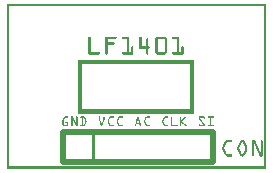
<source format=gto>
G04 MADE WITH FRITZING*
G04 WWW.FRITZING.ORG*
G04 DOUBLE SIDED*
G04 HOLES PLATED*
G04 CONTOUR ON CENTER OF CONTOUR VECTOR*
%ASAXBY*%
%FSLAX23Y23*%
%MOIN*%
%OFA0B0*%
%SFA1.0B1.0*%
%ADD10C,0.020000*%
%ADD11C,0.010000*%
%ADD12R,0.001000X0.001000*%
%LNSILK1*%
G90*
G70*
G54D10*
X188Y24D02*
X688Y24D01*
D02*
X688Y24D02*
X688Y124D01*
D02*
X688Y124D02*
X188Y124D01*
D02*
X188Y124D02*
X188Y24D01*
G54D11*
D02*
X288Y24D02*
X288Y124D01*
G54D12*
X0Y551D02*
X865Y551D01*
X0Y550D02*
X865Y550D01*
X0Y549D02*
X865Y549D01*
X0Y548D02*
X865Y548D01*
X0Y547D02*
X865Y547D01*
X0Y546D02*
X865Y546D01*
X0Y545D02*
X865Y545D01*
X0Y544D02*
X865Y544D01*
X0Y543D02*
X7Y543D01*
X858Y543D02*
X865Y543D01*
X0Y542D02*
X7Y542D01*
X858Y542D02*
X865Y542D01*
X0Y541D02*
X7Y541D01*
X858Y541D02*
X865Y541D01*
X0Y540D02*
X7Y540D01*
X858Y540D02*
X865Y540D01*
X0Y539D02*
X7Y539D01*
X858Y539D02*
X865Y539D01*
X0Y538D02*
X7Y538D01*
X858Y538D02*
X865Y538D01*
X0Y537D02*
X7Y537D01*
X858Y537D02*
X865Y537D01*
X0Y536D02*
X7Y536D01*
X858Y536D02*
X865Y536D01*
X0Y535D02*
X7Y535D01*
X858Y535D02*
X865Y535D01*
X0Y534D02*
X7Y534D01*
X858Y534D02*
X865Y534D01*
X0Y533D02*
X7Y533D01*
X858Y533D02*
X865Y533D01*
X0Y532D02*
X7Y532D01*
X858Y532D02*
X865Y532D01*
X0Y531D02*
X7Y531D01*
X858Y531D02*
X865Y531D01*
X0Y530D02*
X7Y530D01*
X858Y530D02*
X865Y530D01*
X0Y529D02*
X7Y529D01*
X858Y529D02*
X865Y529D01*
X0Y528D02*
X7Y528D01*
X858Y528D02*
X865Y528D01*
X0Y527D02*
X7Y527D01*
X858Y527D02*
X865Y527D01*
X0Y526D02*
X7Y526D01*
X858Y526D02*
X865Y526D01*
X0Y525D02*
X7Y525D01*
X858Y525D02*
X865Y525D01*
X0Y524D02*
X7Y524D01*
X858Y524D02*
X865Y524D01*
X0Y523D02*
X7Y523D01*
X858Y523D02*
X865Y523D01*
X0Y522D02*
X7Y522D01*
X858Y522D02*
X865Y522D01*
X0Y521D02*
X7Y521D01*
X858Y521D02*
X865Y521D01*
X0Y520D02*
X7Y520D01*
X858Y520D02*
X865Y520D01*
X0Y519D02*
X7Y519D01*
X858Y519D02*
X865Y519D01*
X0Y518D02*
X7Y518D01*
X858Y518D02*
X865Y518D01*
X0Y517D02*
X7Y517D01*
X858Y517D02*
X865Y517D01*
X0Y516D02*
X7Y516D01*
X858Y516D02*
X865Y516D01*
X0Y515D02*
X7Y515D01*
X858Y515D02*
X865Y515D01*
X0Y514D02*
X7Y514D01*
X858Y514D02*
X865Y514D01*
X0Y513D02*
X7Y513D01*
X858Y513D02*
X865Y513D01*
X0Y512D02*
X7Y512D01*
X858Y512D02*
X865Y512D01*
X0Y511D02*
X7Y511D01*
X858Y511D02*
X865Y511D01*
X0Y510D02*
X7Y510D01*
X858Y510D02*
X865Y510D01*
X0Y509D02*
X7Y509D01*
X858Y509D02*
X865Y509D01*
X0Y508D02*
X7Y508D01*
X858Y508D02*
X865Y508D01*
X0Y507D02*
X7Y507D01*
X858Y507D02*
X865Y507D01*
X0Y506D02*
X7Y506D01*
X858Y506D02*
X865Y506D01*
X0Y505D02*
X7Y505D01*
X858Y505D02*
X865Y505D01*
X0Y504D02*
X7Y504D01*
X858Y504D02*
X865Y504D01*
X0Y503D02*
X7Y503D01*
X858Y503D02*
X865Y503D01*
X0Y502D02*
X7Y502D01*
X858Y502D02*
X865Y502D01*
X0Y501D02*
X7Y501D01*
X858Y501D02*
X865Y501D01*
X0Y500D02*
X7Y500D01*
X858Y500D02*
X865Y500D01*
X0Y499D02*
X7Y499D01*
X858Y499D02*
X865Y499D01*
X0Y498D02*
X7Y498D01*
X858Y498D02*
X865Y498D01*
X0Y497D02*
X7Y497D01*
X858Y497D02*
X865Y497D01*
X0Y496D02*
X7Y496D01*
X858Y496D02*
X865Y496D01*
X0Y495D02*
X7Y495D01*
X858Y495D02*
X865Y495D01*
X0Y494D02*
X7Y494D01*
X858Y494D02*
X865Y494D01*
X0Y493D02*
X7Y493D01*
X858Y493D02*
X865Y493D01*
X0Y492D02*
X7Y492D01*
X858Y492D02*
X865Y492D01*
X0Y491D02*
X7Y491D01*
X858Y491D02*
X865Y491D01*
X0Y490D02*
X7Y490D01*
X858Y490D02*
X865Y490D01*
X0Y489D02*
X7Y489D01*
X858Y489D02*
X865Y489D01*
X0Y488D02*
X7Y488D01*
X858Y488D02*
X865Y488D01*
X0Y487D02*
X7Y487D01*
X858Y487D02*
X865Y487D01*
X0Y486D02*
X7Y486D01*
X858Y486D02*
X865Y486D01*
X0Y485D02*
X7Y485D01*
X858Y485D02*
X865Y485D01*
X0Y484D02*
X7Y484D01*
X858Y484D02*
X865Y484D01*
X0Y483D02*
X7Y483D01*
X858Y483D02*
X865Y483D01*
X0Y482D02*
X7Y482D01*
X858Y482D02*
X865Y482D01*
X0Y481D02*
X7Y481D01*
X858Y481D02*
X865Y481D01*
X0Y480D02*
X7Y480D01*
X858Y480D02*
X865Y480D01*
X0Y479D02*
X7Y479D01*
X858Y479D02*
X865Y479D01*
X0Y478D02*
X7Y478D01*
X858Y478D02*
X865Y478D01*
X0Y477D02*
X7Y477D01*
X858Y477D02*
X865Y477D01*
X0Y476D02*
X7Y476D01*
X858Y476D02*
X865Y476D01*
X0Y475D02*
X7Y475D01*
X858Y475D02*
X865Y475D01*
X0Y474D02*
X7Y474D01*
X858Y474D02*
X865Y474D01*
X0Y473D02*
X7Y473D01*
X858Y473D02*
X865Y473D01*
X0Y472D02*
X7Y472D01*
X858Y472D02*
X865Y472D01*
X0Y471D02*
X7Y471D01*
X858Y471D02*
X865Y471D01*
X0Y470D02*
X7Y470D01*
X858Y470D02*
X865Y470D01*
X0Y469D02*
X7Y469D01*
X858Y469D02*
X865Y469D01*
X0Y468D02*
X7Y468D01*
X858Y468D02*
X865Y468D01*
X0Y467D02*
X7Y467D01*
X858Y467D02*
X865Y467D01*
X0Y466D02*
X7Y466D01*
X858Y466D02*
X865Y466D01*
X0Y465D02*
X7Y465D01*
X858Y465D02*
X865Y465D01*
X0Y464D02*
X7Y464D01*
X858Y464D02*
X865Y464D01*
X0Y463D02*
X7Y463D01*
X858Y463D02*
X865Y463D01*
X0Y462D02*
X7Y462D01*
X858Y462D02*
X865Y462D01*
X0Y461D02*
X7Y461D01*
X858Y461D02*
X865Y461D01*
X0Y460D02*
X7Y460D01*
X858Y460D02*
X865Y460D01*
X0Y459D02*
X7Y459D01*
X858Y459D02*
X865Y459D01*
X0Y458D02*
X7Y458D01*
X858Y458D02*
X865Y458D01*
X0Y457D02*
X7Y457D01*
X858Y457D02*
X865Y457D01*
X0Y456D02*
X7Y456D01*
X858Y456D02*
X865Y456D01*
X0Y455D02*
X7Y455D01*
X858Y455D02*
X865Y455D01*
X0Y454D02*
X7Y454D01*
X858Y454D02*
X865Y454D01*
X0Y453D02*
X7Y453D01*
X858Y453D02*
X865Y453D01*
X0Y452D02*
X7Y452D01*
X858Y452D02*
X865Y452D01*
X0Y451D02*
X7Y451D01*
X858Y451D02*
X865Y451D01*
X0Y450D02*
X7Y450D01*
X858Y450D02*
X865Y450D01*
X0Y449D02*
X7Y449D01*
X858Y449D02*
X865Y449D01*
X0Y448D02*
X7Y448D01*
X858Y448D02*
X865Y448D01*
X0Y447D02*
X7Y447D01*
X858Y447D02*
X865Y447D01*
X0Y446D02*
X7Y446D01*
X858Y446D02*
X865Y446D01*
X0Y445D02*
X7Y445D01*
X858Y445D02*
X865Y445D01*
X0Y444D02*
X7Y444D01*
X858Y444D02*
X865Y444D01*
X0Y443D02*
X7Y443D01*
X858Y443D02*
X865Y443D01*
X0Y442D02*
X7Y442D01*
X858Y442D02*
X865Y442D01*
X0Y441D02*
X7Y441D01*
X275Y441D02*
X279Y441D01*
X329Y441D02*
X365Y441D01*
X386Y441D02*
X407Y441D01*
X444Y441D02*
X447Y441D01*
X501Y441D02*
X529Y441D01*
X553Y441D02*
X574Y441D01*
X858Y441D02*
X865Y441D01*
X0Y440D02*
X7Y440D01*
X274Y440D02*
X280Y440D01*
X329Y440D02*
X366Y440D01*
X385Y440D02*
X407Y440D01*
X443Y440D02*
X448Y440D01*
X499Y440D02*
X531Y440D01*
X552Y440D02*
X574Y440D01*
X858Y440D02*
X865Y440D01*
X0Y439D02*
X7Y439D01*
X274Y439D02*
X280Y439D01*
X329Y439D02*
X366Y439D01*
X385Y439D02*
X407Y439D01*
X442Y439D02*
X449Y439D01*
X498Y439D02*
X532Y439D01*
X552Y439D02*
X574Y439D01*
X858Y439D02*
X865Y439D01*
X0Y438D02*
X7Y438D01*
X273Y438D02*
X280Y438D01*
X329Y438D02*
X366Y438D01*
X385Y438D02*
X407Y438D01*
X442Y438D02*
X449Y438D01*
X497Y438D02*
X532Y438D01*
X552Y438D02*
X574Y438D01*
X858Y438D02*
X865Y438D01*
X0Y437D02*
X7Y437D01*
X273Y437D02*
X280Y437D01*
X329Y437D02*
X366Y437D01*
X385Y437D02*
X407Y437D01*
X442Y437D02*
X449Y437D01*
X497Y437D02*
X533Y437D01*
X552Y437D02*
X574Y437D01*
X858Y437D02*
X865Y437D01*
X0Y436D02*
X7Y436D01*
X273Y436D02*
X280Y436D01*
X329Y436D02*
X366Y436D01*
X385Y436D02*
X407Y436D01*
X442Y436D02*
X449Y436D01*
X496Y436D02*
X533Y436D01*
X552Y436D02*
X574Y436D01*
X858Y436D02*
X865Y436D01*
X0Y435D02*
X7Y435D01*
X273Y435D02*
X280Y435D01*
X329Y435D02*
X365Y435D01*
X386Y435D02*
X407Y435D01*
X442Y435D02*
X449Y435D01*
X468Y435D02*
X469Y435D01*
X496Y435D02*
X533Y435D01*
X553Y435D02*
X574Y435D01*
X858Y435D02*
X865Y435D01*
X0Y434D02*
X7Y434D01*
X273Y434D02*
X280Y434D01*
X329Y434D02*
X363Y434D01*
X388Y434D02*
X407Y434D01*
X442Y434D02*
X449Y434D01*
X466Y434D02*
X471Y434D01*
X496Y434D02*
X533Y434D01*
X555Y434D02*
X574Y434D01*
X858Y434D02*
X865Y434D01*
X0Y433D02*
X7Y433D01*
X273Y433D02*
X280Y433D01*
X329Y433D02*
X336Y433D01*
X400Y433D02*
X407Y433D01*
X442Y433D02*
X449Y433D01*
X466Y433D02*
X472Y433D01*
X496Y433D02*
X503Y433D01*
X527Y433D02*
X534Y433D01*
X567Y433D02*
X574Y433D01*
X858Y433D02*
X865Y433D01*
X0Y432D02*
X7Y432D01*
X273Y432D02*
X280Y432D01*
X329Y432D02*
X336Y432D01*
X400Y432D02*
X407Y432D01*
X442Y432D02*
X449Y432D01*
X465Y432D02*
X472Y432D01*
X496Y432D02*
X503Y432D01*
X527Y432D02*
X534Y432D01*
X567Y432D02*
X574Y432D01*
X858Y432D02*
X865Y432D01*
X0Y431D02*
X7Y431D01*
X273Y431D02*
X280Y431D01*
X329Y431D02*
X336Y431D01*
X400Y431D02*
X407Y431D01*
X442Y431D02*
X449Y431D01*
X465Y431D02*
X472Y431D01*
X496Y431D02*
X503Y431D01*
X527Y431D02*
X534Y431D01*
X567Y431D02*
X574Y431D01*
X858Y431D02*
X865Y431D01*
X0Y430D02*
X7Y430D01*
X273Y430D02*
X280Y430D01*
X329Y430D02*
X336Y430D01*
X400Y430D02*
X407Y430D01*
X442Y430D02*
X449Y430D01*
X465Y430D02*
X472Y430D01*
X496Y430D02*
X503Y430D01*
X527Y430D02*
X534Y430D01*
X567Y430D02*
X574Y430D01*
X858Y430D02*
X865Y430D01*
X0Y429D02*
X7Y429D01*
X273Y429D02*
X280Y429D01*
X329Y429D02*
X336Y429D01*
X400Y429D02*
X407Y429D01*
X442Y429D02*
X449Y429D01*
X465Y429D02*
X472Y429D01*
X496Y429D02*
X503Y429D01*
X527Y429D02*
X534Y429D01*
X567Y429D02*
X574Y429D01*
X858Y429D02*
X865Y429D01*
X0Y428D02*
X7Y428D01*
X273Y428D02*
X280Y428D01*
X329Y428D02*
X336Y428D01*
X400Y428D02*
X407Y428D01*
X442Y428D02*
X449Y428D01*
X465Y428D02*
X472Y428D01*
X496Y428D02*
X503Y428D01*
X527Y428D02*
X534Y428D01*
X567Y428D02*
X574Y428D01*
X858Y428D02*
X865Y428D01*
X0Y427D02*
X7Y427D01*
X273Y427D02*
X280Y427D01*
X329Y427D02*
X336Y427D01*
X400Y427D02*
X407Y427D01*
X442Y427D02*
X449Y427D01*
X465Y427D02*
X472Y427D01*
X496Y427D02*
X503Y427D01*
X527Y427D02*
X534Y427D01*
X567Y427D02*
X574Y427D01*
X858Y427D02*
X865Y427D01*
X0Y426D02*
X7Y426D01*
X273Y426D02*
X280Y426D01*
X329Y426D02*
X336Y426D01*
X400Y426D02*
X407Y426D01*
X442Y426D02*
X449Y426D01*
X465Y426D02*
X472Y426D01*
X496Y426D02*
X503Y426D01*
X527Y426D02*
X534Y426D01*
X567Y426D02*
X574Y426D01*
X858Y426D02*
X865Y426D01*
X0Y425D02*
X7Y425D01*
X273Y425D02*
X280Y425D01*
X329Y425D02*
X336Y425D01*
X400Y425D02*
X407Y425D01*
X442Y425D02*
X449Y425D01*
X465Y425D02*
X472Y425D01*
X496Y425D02*
X503Y425D01*
X527Y425D02*
X534Y425D01*
X567Y425D02*
X574Y425D01*
X858Y425D02*
X865Y425D01*
X0Y424D02*
X7Y424D01*
X273Y424D02*
X280Y424D01*
X329Y424D02*
X336Y424D01*
X400Y424D02*
X407Y424D01*
X442Y424D02*
X449Y424D01*
X465Y424D02*
X472Y424D01*
X496Y424D02*
X503Y424D01*
X527Y424D02*
X534Y424D01*
X567Y424D02*
X574Y424D01*
X858Y424D02*
X865Y424D01*
X0Y423D02*
X7Y423D01*
X273Y423D02*
X280Y423D01*
X329Y423D02*
X336Y423D01*
X400Y423D02*
X407Y423D01*
X442Y423D02*
X449Y423D01*
X465Y423D02*
X472Y423D01*
X496Y423D02*
X503Y423D01*
X527Y423D02*
X534Y423D01*
X567Y423D02*
X574Y423D01*
X858Y423D02*
X865Y423D01*
X0Y422D02*
X7Y422D01*
X273Y422D02*
X280Y422D01*
X329Y422D02*
X356Y422D01*
X400Y422D02*
X407Y422D01*
X442Y422D02*
X449Y422D01*
X465Y422D02*
X472Y422D01*
X496Y422D02*
X503Y422D01*
X527Y422D02*
X534Y422D01*
X567Y422D02*
X574Y422D01*
X858Y422D02*
X865Y422D01*
X0Y421D02*
X7Y421D01*
X273Y421D02*
X280Y421D01*
X329Y421D02*
X358Y421D01*
X400Y421D02*
X407Y421D01*
X442Y421D02*
X449Y421D01*
X465Y421D02*
X472Y421D01*
X496Y421D02*
X503Y421D01*
X527Y421D02*
X534Y421D01*
X567Y421D02*
X574Y421D01*
X858Y421D02*
X865Y421D01*
X0Y420D02*
X7Y420D01*
X273Y420D02*
X280Y420D01*
X329Y420D02*
X358Y420D01*
X400Y420D02*
X407Y420D01*
X442Y420D02*
X449Y420D01*
X465Y420D02*
X472Y420D01*
X496Y420D02*
X503Y420D01*
X527Y420D02*
X534Y420D01*
X567Y420D02*
X574Y420D01*
X858Y420D02*
X865Y420D01*
X0Y419D02*
X7Y419D01*
X273Y419D02*
X280Y419D01*
X329Y419D02*
X359Y419D01*
X400Y419D02*
X407Y419D01*
X442Y419D02*
X449Y419D01*
X465Y419D02*
X472Y419D01*
X496Y419D02*
X503Y419D01*
X527Y419D02*
X534Y419D01*
X567Y419D02*
X574Y419D01*
X858Y419D02*
X865Y419D01*
X0Y418D02*
X7Y418D01*
X273Y418D02*
X280Y418D01*
X329Y418D02*
X359Y418D01*
X400Y418D02*
X407Y418D01*
X442Y418D02*
X449Y418D01*
X465Y418D02*
X472Y418D01*
X496Y418D02*
X503Y418D01*
X527Y418D02*
X534Y418D01*
X567Y418D02*
X574Y418D01*
X858Y418D02*
X865Y418D01*
X0Y417D02*
X7Y417D01*
X273Y417D02*
X280Y417D01*
X329Y417D02*
X359Y417D01*
X400Y417D02*
X407Y417D01*
X442Y417D02*
X449Y417D01*
X465Y417D02*
X472Y417D01*
X496Y417D02*
X503Y417D01*
X527Y417D02*
X534Y417D01*
X567Y417D02*
X574Y417D01*
X858Y417D02*
X865Y417D01*
X0Y416D02*
X7Y416D01*
X273Y416D02*
X280Y416D01*
X329Y416D02*
X358Y416D01*
X400Y416D02*
X407Y416D01*
X442Y416D02*
X449Y416D01*
X465Y416D02*
X472Y416D01*
X496Y416D02*
X503Y416D01*
X527Y416D02*
X534Y416D01*
X567Y416D02*
X574Y416D01*
X858Y416D02*
X865Y416D01*
X0Y415D02*
X7Y415D01*
X273Y415D02*
X280Y415D01*
X329Y415D02*
X357Y415D01*
X400Y415D02*
X407Y415D01*
X442Y415D02*
X449Y415D01*
X465Y415D02*
X472Y415D01*
X496Y415D02*
X503Y415D01*
X527Y415D02*
X534Y415D01*
X567Y415D02*
X574Y415D01*
X858Y415D02*
X865Y415D01*
X0Y414D02*
X7Y414D01*
X273Y414D02*
X280Y414D01*
X329Y414D02*
X336Y414D01*
X400Y414D02*
X407Y414D01*
X442Y414D02*
X449Y414D01*
X465Y414D02*
X472Y414D01*
X496Y414D02*
X503Y414D01*
X527Y414D02*
X534Y414D01*
X567Y414D02*
X574Y414D01*
X858Y414D02*
X865Y414D01*
X0Y413D02*
X7Y413D01*
X273Y413D02*
X280Y413D01*
X329Y413D02*
X336Y413D01*
X400Y413D02*
X407Y413D01*
X442Y413D02*
X449Y413D01*
X465Y413D02*
X472Y413D01*
X496Y413D02*
X503Y413D01*
X527Y413D02*
X534Y413D01*
X567Y413D02*
X574Y413D01*
X858Y413D02*
X865Y413D01*
X0Y412D02*
X7Y412D01*
X273Y412D02*
X280Y412D01*
X329Y412D02*
X336Y412D01*
X400Y412D02*
X407Y412D01*
X442Y412D02*
X449Y412D01*
X465Y412D02*
X472Y412D01*
X496Y412D02*
X503Y412D01*
X527Y412D02*
X534Y412D01*
X567Y412D02*
X574Y412D01*
X858Y412D02*
X865Y412D01*
X0Y411D02*
X7Y411D01*
X273Y411D02*
X280Y411D01*
X329Y411D02*
X336Y411D01*
X400Y411D02*
X407Y411D01*
X442Y411D02*
X449Y411D01*
X465Y411D02*
X472Y411D01*
X496Y411D02*
X503Y411D01*
X527Y411D02*
X534Y411D01*
X567Y411D02*
X574Y411D01*
X858Y411D02*
X865Y411D01*
X0Y410D02*
X7Y410D01*
X273Y410D02*
X280Y410D01*
X329Y410D02*
X336Y410D01*
X400Y410D02*
X407Y410D01*
X442Y410D02*
X449Y410D01*
X465Y410D02*
X472Y410D01*
X496Y410D02*
X503Y410D01*
X527Y410D02*
X534Y410D01*
X567Y410D02*
X574Y410D01*
X858Y410D02*
X865Y410D01*
X0Y409D02*
X7Y409D01*
X273Y409D02*
X280Y409D01*
X329Y409D02*
X336Y409D01*
X400Y409D02*
X407Y409D01*
X418Y409D02*
X419Y409D01*
X442Y409D02*
X473Y409D01*
X496Y409D02*
X503Y409D01*
X527Y409D02*
X534Y409D01*
X567Y409D02*
X574Y409D01*
X585Y409D02*
X586Y409D01*
X858Y409D02*
X865Y409D01*
X0Y408D02*
X7Y408D01*
X273Y408D02*
X280Y408D01*
X329Y408D02*
X336Y408D01*
X400Y408D02*
X407Y408D01*
X417Y408D02*
X421Y408D01*
X442Y408D02*
X475Y408D01*
X496Y408D02*
X503Y408D01*
X527Y408D02*
X534Y408D01*
X567Y408D02*
X574Y408D01*
X584Y408D02*
X588Y408D01*
X858Y408D02*
X865Y408D01*
X0Y407D02*
X7Y407D01*
X273Y407D02*
X280Y407D01*
X329Y407D02*
X336Y407D01*
X400Y407D02*
X407Y407D01*
X416Y407D02*
X422Y407D01*
X442Y407D02*
X475Y407D01*
X496Y407D02*
X503Y407D01*
X527Y407D02*
X534Y407D01*
X567Y407D02*
X574Y407D01*
X583Y407D02*
X589Y407D01*
X858Y407D02*
X865Y407D01*
X0Y406D02*
X7Y406D01*
X273Y406D02*
X280Y406D01*
X329Y406D02*
X336Y406D01*
X400Y406D02*
X407Y406D01*
X415Y406D02*
X422Y406D01*
X442Y406D02*
X476Y406D01*
X496Y406D02*
X503Y406D01*
X527Y406D02*
X534Y406D01*
X567Y406D02*
X574Y406D01*
X582Y406D02*
X589Y406D01*
X858Y406D02*
X865Y406D01*
X0Y405D02*
X7Y405D01*
X273Y405D02*
X280Y405D01*
X329Y405D02*
X336Y405D01*
X400Y405D02*
X407Y405D01*
X415Y405D02*
X422Y405D01*
X442Y405D02*
X476Y405D01*
X496Y405D02*
X503Y405D01*
X527Y405D02*
X534Y405D01*
X567Y405D02*
X574Y405D01*
X582Y405D02*
X589Y405D01*
X858Y405D02*
X865Y405D01*
X0Y404D02*
X7Y404D01*
X273Y404D02*
X280Y404D01*
X329Y404D02*
X336Y404D01*
X400Y404D02*
X407Y404D01*
X415Y404D02*
X422Y404D01*
X442Y404D02*
X476Y404D01*
X496Y404D02*
X503Y404D01*
X527Y404D02*
X534Y404D01*
X567Y404D02*
X574Y404D01*
X582Y404D02*
X589Y404D01*
X858Y404D02*
X865Y404D01*
X0Y403D02*
X7Y403D01*
X273Y403D02*
X280Y403D01*
X329Y403D02*
X336Y403D01*
X400Y403D02*
X407Y403D01*
X415Y403D02*
X422Y403D01*
X442Y403D02*
X475Y403D01*
X496Y403D02*
X503Y403D01*
X527Y403D02*
X534Y403D01*
X567Y403D02*
X574Y403D01*
X582Y403D02*
X589Y403D01*
X858Y403D02*
X865Y403D01*
X0Y402D02*
X7Y402D01*
X273Y402D02*
X280Y402D01*
X329Y402D02*
X336Y402D01*
X400Y402D02*
X407Y402D01*
X415Y402D02*
X422Y402D01*
X442Y402D02*
X474Y402D01*
X496Y402D02*
X503Y402D01*
X527Y402D02*
X534Y402D01*
X567Y402D02*
X574Y402D01*
X582Y402D02*
X589Y402D01*
X858Y402D02*
X865Y402D01*
X0Y401D02*
X7Y401D01*
X273Y401D02*
X280Y401D01*
X329Y401D02*
X336Y401D01*
X400Y401D02*
X407Y401D01*
X415Y401D02*
X422Y401D01*
X465Y401D02*
X472Y401D01*
X496Y401D02*
X503Y401D01*
X527Y401D02*
X534Y401D01*
X567Y401D02*
X574Y401D01*
X582Y401D02*
X589Y401D01*
X858Y401D02*
X865Y401D01*
X0Y400D02*
X7Y400D01*
X273Y400D02*
X280Y400D01*
X329Y400D02*
X336Y400D01*
X400Y400D02*
X407Y400D01*
X415Y400D02*
X422Y400D01*
X465Y400D02*
X472Y400D01*
X496Y400D02*
X503Y400D01*
X527Y400D02*
X534Y400D01*
X567Y400D02*
X574Y400D01*
X582Y400D02*
X589Y400D01*
X858Y400D02*
X865Y400D01*
X0Y399D02*
X7Y399D01*
X273Y399D02*
X280Y399D01*
X329Y399D02*
X336Y399D01*
X400Y399D02*
X407Y399D01*
X415Y399D02*
X422Y399D01*
X465Y399D02*
X472Y399D01*
X496Y399D02*
X503Y399D01*
X527Y399D02*
X534Y399D01*
X567Y399D02*
X574Y399D01*
X582Y399D02*
X589Y399D01*
X858Y399D02*
X865Y399D01*
X0Y398D02*
X7Y398D01*
X273Y398D02*
X280Y398D01*
X329Y398D02*
X336Y398D01*
X400Y398D02*
X407Y398D01*
X415Y398D02*
X422Y398D01*
X465Y398D02*
X472Y398D01*
X496Y398D02*
X503Y398D01*
X527Y398D02*
X534Y398D01*
X567Y398D02*
X574Y398D01*
X582Y398D02*
X589Y398D01*
X858Y398D02*
X865Y398D01*
X0Y397D02*
X7Y397D01*
X273Y397D02*
X280Y397D01*
X329Y397D02*
X336Y397D01*
X400Y397D02*
X407Y397D01*
X415Y397D02*
X422Y397D01*
X465Y397D02*
X472Y397D01*
X496Y397D02*
X503Y397D01*
X527Y397D02*
X534Y397D01*
X567Y397D02*
X574Y397D01*
X582Y397D02*
X589Y397D01*
X858Y397D02*
X865Y397D01*
X0Y396D02*
X7Y396D01*
X273Y396D02*
X280Y396D01*
X329Y396D02*
X336Y396D01*
X400Y396D02*
X407Y396D01*
X415Y396D02*
X422Y396D01*
X465Y396D02*
X472Y396D01*
X496Y396D02*
X503Y396D01*
X527Y396D02*
X534Y396D01*
X567Y396D02*
X574Y396D01*
X582Y396D02*
X589Y396D01*
X858Y396D02*
X865Y396D01*
X0Y395D02*
X7Y395D01*
X273Y395D02*
X280Y395D01*
X329Y395D02*
X336Y395D01*
X400Y395D02*
X407Y395D01*
X415Y395D02*
X422Y395D01*
X465Y395D02*
X472Y395D01*
X496Y395D02*
X503Y395D01*
X527Y395D02*
X534Y395D01*
X567Y395D02*
X574Y395D01*
X582Y395D02*
X589Y395D01*
X858Y395D02*
X865Y395D01*
X0Y394D02*
X7Y394D01*
X273Y394D02*
X280Y394D01*
X329Y394D02*
X336Y394D01*
X400Y394D02*
X407Y394D01*
X415Y394D02*
X422Y394D01*
X465Y394D02*
X472Y394D01*
X496Y394D02*
X503Y394D01*
X527Y394D02*
X534Y394D01*
X567Y394D02*
X574Y394D01*
X582Y394D02*
X589Y394D01*
X858Y394D02*
X865Y394D01*
X0Y393D02*
X7Y393D01*
X273Y393D02*
X280Y393D01*
X329Y393D02*
X336Y393D01*
X400Y393D02*
X407Y393D01*
X415Y393D02*
X422Y393D01*
X465Y393D02*
X472Y393D01*
X496Y393D02*
X503Y393D01*
X527Y393D02*
X534Y393D01*
X567Y393D02*
X574Y393D01*
X582Y393D02*
X589Y393D01*
X858Y393D02*
X865Y393D01*
X0Y392D02*
X7Y392D01*
X273Y392D02*
X280Y392D01*
X329Y392D02*
X336Y392D01*
X400Y392D02*
X407Y392D01*
X415Y392D02*
X422Y392D01*
X465Y392D02*
X472Y392D01*
X496Y392D02*
X503Y392D01*
X527Y392D02*
X534Y392D01*
X567Y392D02*
X574Y392D01*
X582Y392D02*
X589Y392D01*
X858Y392D02*
X865Y392D01*
X0Y391D02*
X7Y391D01*
X273Y391D02*
X280Y391D01*
X329Y391D02*
X336Y391D01*
X400Y391D02*
X407Y391D01*
X415Y391D02*
X422Y391D01*
X465Y391D02*
X472Y391D01*
X496Y391D02*
X503Y391D01*
X527Y391D02*
X534Y391D01*
X567Y391D02*
X574Y391D01*
X582Y391D02*
X589Y391D01*
X858Y391D02*
X865Y391D01*
X0Y390D02*
X7Y390D01*
X273Y390D02*
X280Y390D01*
X329Y390D02*
X336Y390D01*
X400Y390D02*
X407Y390D01*
X415Y390D02*
X422Y390D01*
X465Y390D02*
X472Y390D01*
X496Y390D02*
X503Y390D01*
X527Y390D02*
X534Y390D01*
X567Y390D02*
X574Y390D01*
X582Y390D02*
X589Y390D01*
X858Y390D02*
X865Y390D01*
X0Y389D02*
X7Y389D01*
X273Y389D02*
X309Y389D01*
X329Y389D02*
X336Y389D01*
X387Y389D02*
X422Y389D01*
X465Y389D02*
X472Y389D01*
X496Y389D02*
X533Y389D01*
X554Y389D02*
X589Y389D01*
X858Y389D02*
X865Y389D01*
X0Y388D02*
X7Y388D01*
X273Y388D02*
X310Y388D01*
X329Y388D02*
X336Y388D01*
X386Y388D02*
X422Y388D01*
X465Y388D02*
X472Y388D01*
X496Y388D02*
X533Y388D01*
X553Y388D02*
X589Y388D01*
X858Y388D02*
X865Y388D01*
X0Y387D02*
X7Y387D01*
X273Y387D02*
X310Y387D01*
X329Y387D02*
X336Y387D01*
X385Y387D02*
X422Y387D01*
X465Y387D02*
X472Y387D01*
X497Y387D02*
X533Y387D01*
X552Y387D02*
X589Y387D01*
X858Y387D02*
X865Y387D01*
X0Y386D02*
X7Y386D01*
X273Y386D02*
X311Y386D01*
X329Y386D02*
X336Y386D01*
X385Y386D02*
X422Y386D01*
X465Y386D02*
X472Y386D01*
X497Y386D02*
X533Y386D01*
X552Y386D02*
X589Y386D01*
X858Y386D02*
X865Y386D01*
X0Y385D02*
X7Y385D01*
X273Y385D02*
X311Y385D01*
X329Y385D02*
X336Y385D01*
X385Y385D02*
X422Y385D01*
X465Y385D02*
X472Y385D01*
X498Y385D02*
X532Y385D01*
X552Y385D02*
X589Y385D01*
X858Y385D02*
X865Y385D01*
X0Y384D02*
X7Y384D01*
X273Y384D02*
X310Y384D01*
X329Y384D02*
X336Y384D01*
X385Y384D02*
X422Y384D01*
X466Y384D02*
X472Y384D01*
X498Y384D02*
X531Y384D01*
X552Y384D02*
X589Y384D01*
X858Y384D02*
X865Y384D01*
X0Y383D02*
X7Y383D01*
X273Y383D02*
X310Y383D01*
X330Y383D02*
X335Y383D01*
X386Y383D02*
X421Y383D01*
X466Y383D02*
X471Y383D01*
X500Y383D02*
X530Y383D01*
X553Y383D02*
X588Y383D01*
X858Y383D02*
X865Y383D01*
X0Y382D02*
X7Y382D01*
X274Y382D02*
X308Y382D01*
X331Y382D02*
X333Y382D01*
X387Y382D02*
X420Y382D01*
X468Y382D02*
X470Y382D01*
X502Y382D02*
X528Y382D01*
X554Y382D02*
X587Y382D01*
X858Y382D02*
X865Y382D01*
X0Y381D02*
X7Y381D01*
X858Y381D02*
X865Y381D01*
X0Y380D02*
X7Y380D01*
X858Y380D02*
X865Y380D01*
X0Y379D02*
X7Y379D01*
X858Y379D02*
X865Y379D01*
X0Y378D02*
X7Y378D01*
X858Y378D02*
X865Y378D01*
X0Y377D02*
X7Y377D01*
X858Y377D02*
X865Y377D01*
X0Y376D02*
X7Y376D01*
X858Y376D02*
X865Y376D01*
X0Y375D02*
X7Y375D01*
X858Y375D02*
X865Y375D01*
X0Y374D02*
X7Y374D01*
X858Y374D02*
X865Y374D01*
X0Y373D02*
X7Y373D01*
X858Y373D02*
X865Y373D01*
X0Y372D02*
X7Y372D01*
X858Y372D02*
X865Y372D01*
X0Y371D02*
X7Y371D01*
X858Y371D02*
X865Y371D01*
X0Y370D02*
X7Y370D01*
X858Y370D02*
X865Y370D01*
X0Y369D02*
X7Y369D01*
X858Y369D02*
X865Y369D01*
X0Y368D02*
X7Y368D01*
X858Y368D02*
X865Y368D01*
X0Y367D02*
X7Y367D01*
X858Y367D02*
X865Y367D01*
X0Y366D02*
X7Y366D01*
X858Y366D02*
X865Y366D01*
X0Y365D02*
X7Y365D01*
X858Y365D02*
X865Y365D01*
X0Y364D02*
X7Y364D01*
X858Y364D02*
X865Y364D01*
X0Y363D02*
X7Y363D01*
X238Y363D02*
X625Y363D01*
X858Y363D02*
X865Y363D01*
X0Y362D02*
X7Y362D01*
X238Y362D02*
X625Y362D01*
X858Y362D02*
X865Y362D01*
X0Y361D02*
X7Y361D01*
X238Y361D02*
X625Y361D01*
X858Y361D02*
X865Y361D01*
X0Y360D02*
X7Y360D01*
X238Y360D02*
X625Y360D01*
X858Y360D02*
X865Y360D01*
X0Y359D02*
X7Y359D01*
X238Y359D02*
X625Y359D01*
X858Y359D02*
X865Y359D01*
X0Y358D02*
X7Y358D01*
X238Y358D02*
X625Y358D01*
X858Y358D02*
X865Y358D01*
X0Y357D02*
X7Y357D01*
X238Y357D02*
X625Y357D01*
X858Y357D02*
X865Y357D01*
X0Y356D02*
X7Y356D01*
X238Y356D02*
X625Y356D01*
X858Y356D02*
X865Y356D01*
X0Y355D02*
X7Y355D01*
X238Y355D02*
X625Y355D01*
X858Y355D02*
X865Y355D01*
X0Y354D02*
X7Y354D01*
X238Y354D02*
X625Y354D01*
X858Y354D02*
X865Y354D01*
X0Y353D02*
X7Y353D01*
X238Y353D02*
X625Y353D01*
X858Y353D02*
X865Y353D01*
X0Y352D02*
X7Y352D01*
X238Y352D02*
X625Y352D01*
X858Y352D02*
X865Y352D01*
X0Y351D02*
X7Y351D01*
X238Y351D02*
X625Y351D01*
X858Y351D02*
X865Y351D01*
X0Y350D02*
X7Y350D01*
X238Y350D02*
X277Y350D01*
X288Y350D02*
X377Y350D01*
X388Y350D02*
X477Y350D01*
X488Y350D02*
X577Y350D01*
X588Y350D02*
X625Y350D01*
X858Y350D02*
X865Y350D01*
X0Y349D02*
X7Y349D01*
X238Y349D02*
X251Y349D01*
X612Y349D02*
X625Y349D01*
X858Y349D02*
X865Y349D01*
X0Y348D02*
X7Y348D01*
X238Y348D02*
X251Y348D01*
X612Y348D02*
X625Y348D01*
X858Y348D02*
X865Y348D01*
X0Y347D02*
X7Y347D01*
X238Y347D02*
X251Y347D01*
X612Y347D02*
X625Y347D01*
X858Y347D02*
X865Y347D01*
X0Y346D02*
X7Y346D01*
X238Y346D02*
X251Y346D01*
X612Y346D02*
X625Y346D01*
X858Y346D02*
X865Y346D01*
X0Y345D02*
X7Y345D01*
X238Y345D02*
X251Y345D01*
X612Y345D02*
X625Y345D01*
X858Y345D02*
X865Y345D01*
X0Y344D02*
X7Y344D01*
X238Y344D02*
X251Y344D01*
X612Y344D02*
X625Y344D01*
X858Y344D02*
X865Y344D01*
X0Y343D02*
X7Y343D01*
X238Y343D02*
X251Y343D01*
X612Y343D02*
X625Y343D01*
X858Y343D02*
X865Y343D01*
X0Y342D02*
X7Y342D01*
X238Y342D02*
X251Y342D01*
X612Y342D02*
X625Y342D01*
X858Y342D02*
X865Y342D01*
X0Y341D02*
X7Y341D01*
X238Y341D02*
X251Y341D01*
X612Y341D02*
X625Y341D01*
X858Y341D02*
X865Y341D01*
X0Y340D02*
X7Y340D01*
X238Y340D02*
X251Y340D01*
X612Y340D02*
X625Y340D01*
X858Y340D02*
X865Y340D01*
X0Y339D02*
X7Y339D01*
X238Y339D02*
X251Y339D01*
X612Y339D02*
X625Y339D01*
X858Y339D02*
X865Y339D01*
X0Y338D02*
X7Y338D01*
X238Y338D02*
X251Y338D01*
X612Y338D02*
X625Y338D01*
X858Y338D02*
X865Y338D01*
X0Y337D02*
X7Y337D01*
X238Y337D02*
X251Y337D01*
X612Y337D02*
X625Y337D01*
X858Y337D02*
X865Y337D01*
X0Y336D02*
X7Y336D01*
X238Y336D02*
X251Y336D01*
X612Y336D02*
X625Y336D01*
X858Y336D02*
X865Y336D01*
X0Y335D02*
X7Y335D01*
X238Y335D02*
X251Y335D01*
X612Y335D02*
X625Y335D01*
X858Y335D02*
X865Y335D01*
X0Y334D02*
X7Y334D01*
X238Y334D02*
X251Y334D01*
X612Y334D02*
X625Y334D01*
X858Y334D02*
X865Y334D01*
X0Y333D02*
X7Y333D01*
X238Y333D02*
X251Y333D01*
X612Y333D02*
X625Y333D01*
X858Y333D02*
X865Y333D01*
X0Y332D02*
X7Y332D01*
X238Y332D02*
X251Y332D01*
X612Y332D02*
X625Y332D01*
X858Y332D02*
X865Y332D01*
X0Y331D02*
X7Y331D01*
X238Y331D02*
X251Y331D01*
X612Y331D02*
X625Y331D01*
X858Y331D02*
X865Y331D01*
X0Y330D02*
X7Y330D01*
X238Y330D02*
X251Y330D01*
X612Y330D02*
X625Y330D01*
X858Y330D02*
X865Y330D01*
X0Y329D02*
X7Y329D01*
X238Y329D02*
X251Y329D01*
X612Y329D02*
X625Y329D01*
X858Y329D02*
X865Y329D01*
X0Y328D02*
X7Y328D01*
X238Y328D02*
X251Y328D01*
X612Y328D02*
X625Y328D01*
X858Y328D02*
X865Y328D01*
X0Y327D02*
X7Y327D01*
X238Y327D02*
X251Y327D01*
X612Y327D02*
X625Y327D01*
X858Y327D02*
X865Y327D01*
X0Y326D02*
X7Y326D01*
X238Y326D02*
X251Y326D01*
X612Y326D02*
X625Y326D01*
X858Y326D02*
X865Y326D01*
X0Y325D02*
X7Y325D01*
X238Y325D02*
X251Y325D01*
X612Y325D02*
X625Y325D01*
X858Y325D02*
X865Y325D01*
X0Y324D02*
X7Y324D01*
X238Y324D02*
X251Y324D01*
X612Y324D02*
X625Y324D01*
X858Y324D02*
X865Y324D01*
X0Y323D02*
X7Y323D01*
X238Y323D02*
X251Y323D01*
X612Y323D02*
X625Y323D01*
X858Y323D02*
X865Y323D01*
X0Y322D02*
X7Y322D01*
X238Y322D02*
X251Y322D01*
X612Y322D02*
X625Y322D01*
X858Y322D02*
X865Y322D01*
X0Y321D02*
X7Y321D01*
X238Y321D02*
X251Y321D01*
X612Y321D02*
X625Y321D01*
X858Y321D02*
X865Y321D01*
X0Y320D02*
X7Y320D01*
X238Y320D02*
X251Y320D01*
X612Y320D02*
X625Y320D01*
X858Y320D02*
X865Y320D01*
X0Y319D02*
X7Y319D01*
X238Y319D02*
X251Y319D01*
X612Y319D02*
X625Y319D01*
X858Y319D02*
X865Y319D01*
X0Y318D02*
X7Y318D01*
X238Y318D02*
X251Y318D01*
X612Y318D02*
X625Y318D01*
X858Y318D02*
X865Y318D01*
X0Y317D02*
X7Y317D01*
X238Y317D02*
X251Y317D01*
X612Y317D02*
X625Y317D01*
X858Y317D02*
X865Y317D01*
X0Y316D02*
X7Y316D01*
X238Y316D02*
X251Y316D01*
X612Y316D02*
X625Y316D01*
X858Y316D02*
X865Y316D01*
X0Y315D02*
X7Y315D01*
X238Y315D02*
X251Y315D01*
X612Y315D02*
X625Y315D01*
X858Y315D02*
X865Y315D01*
X0Y314D02*
X7Y314D01*
X238Y314D02*
X251Y314D01*
X612Y314D02*
X625Y314D01*
X858Y314D02*
X865Y314D01*
X0Y313D02*
X7Y313D01*
X238Y313D02*
X251Y313D01*
X612Y313D02*
X625Y313D01*
X858Y313D02*
X865Y313D01*
X0Y312D02*
X7Y312D01*
X238Y312D02*
X251Y312D01*
X612Y312D02*
X625Y312D01*
X858Y312D02*
X865Y312D01*
X0Y311D02*
X7Y311D01*
X238Y311D02*
X251Y311D01*
X612Y311D02*
X625Y311D01*
X858Y311D02*
X865Y311D01*
X0Y310D02*
X7Y310D01*
X238Y310D02*
X251Y310D01*
X612Y310D02*
X625Y310D01*
X858Y310D02*
X865Y310D01*
X0Y309D02*
X7Y309D01*
X238Y309D02*
X251Y309D01*
X612Y309D02*
X625Y309D01*
X858Y309D02*
X865Y309D01*
X0Y308D02*
X7Y308D01*
X238Y308D02*
X251Y308D01*
X612Y308D02*
X625Y308D01*
X858Y308D02*
X865Y308D01*
X0Y307D02*
X7Y307D01*
X238Y307D02*
X251Y307D01*
X612Y307D02*
X625Y307D01*
X858Y307D02*
X865Y307D01*
X0Y306D02*
X7Y306D01*
X238Y306D02*
X251Y306D01*
X612Y306D02*
X625Y306D01*
X858Y306D02*
X865Y306D01*
X0Y305D02*
X7Y305D01*
X238Y305D02*
X251Y305D01*
X612Y305D02*
X625Y305D01*
X858Y305D02*
X865Y305D01*
X0Y304D02*
X7Y304D01*
X238Y304D02*
X251Y304D01*
X612Y304D02*
X625Y304D01*
X858Y304D02*
X865Y304D01*
X0Y303D02*
X7Y303D01*
X238Y303D02*
X251Y303D01*
X612Y303D02*
X625Y303D01*
X858Y303D02*
X865Y303D01*
X0Y302D02*
X7Y302D01*
X238Y302D02*
X251Y302D01*
X612Y302D02*
X625Y302D01*
X858Y302D02*
X865Y302D01*
X0Y301D02*
X7Y301D01*
X238Y301D02*
X251Y301D01*
X612Y301D02*
X625Y301D01*
X858Y301D02*
X865Y301D01*
X0Y300D02*
X7Y300D01*
X238Y300D02*
X251Y300D01*
X612Y300D02*
X625Y300D01*
X858Y300D02*
X865Y300D01*
X0Y299D02*
X7Y299D01*
X238Y299D02*
X251Y299D01*
X612Y299D02*
X625Y299D01*
X858Y299D02*
X865Y299D01*
X0Y298D02*
X7Y298D01*
X238Y298D02*
X251Y298D01*
X612Y298D02*
X625Y298D01*
X858Y298D02*
X865Y298D01*
X0Y297D02*
X7Y297D01*
X238Y297D02*
X251Y297D01*
X612Y297D02*
X625Y297D01*
X858Y297D02*
X865Y297D01*
X0Y296D02*
X7Y296D01*
X238Y296D02*
X251Y296D01*
X612Y296D02*
X625Y296D01*
X858Y296D02*
X865Y296D01*
X0Y295D02*
X7Y295D01*
X238Y295D02*
X251Y295D01*
X612Y295D02*
X625Y295D01*
X858Y295D02*
X865Y295D01*
X0Y294D02*
X7Y294D01*
X238Y294D02*
X251Y294D01*
X612Y294D02*
X625Y294D01*
X858Y294D02*
X865Y294D01*
X0Y293D02*
X7Y293D01*
X238Y293D02*
X251Y293D01*
X612Y293D02*
X625Y293D01*
X858Y293D02*
X865Y293D01*
X0Y292D02*
X7Y292D01*
X238Y292D02*
X251Y292D01*
X612Y292D02*
X625Y292D01*
X858Y292D02*
X865Y292D01*
X0Y291D02*
X7Y291D01*
X238Y291D02*
X251Y291D01*
X612Y291D02*
X625Y291D01*
X858Y291D02*
X865Y291D01*
X0Y290D02*
X7Y290D01*
X238Y290D02*
X251Y290D01*
X612Y290D02*
X625Y290D01*
X858Y290D02*
X865Y290D01*
X0Y289D02*
X7Y289D01*
X238Y289D02*
X251Y289D01*
X612Y289D02*
X625Y289D01*
X858Y289D02*
X865Y289D01*
X0Y288D02*
X7Y288D01*
X238Y288D02*
X251Y288D01*
X612Y288D02*
X625Y288D01*
X858Y288D02*
X865Y288D01*
X0Y287D02*
X7Y287D01*
X238Y287D02*
X251Y287D01*
X612Y287D02*
X625Y287D01*
X858Y287D02*
X865Y287D01*
X0Y286D02*
X7Y286D01*
X238Y286D02*
X251Y286D01*
X612Y286D02*
X625Y286D01*
X858Y286D02*
X865Y286D01*
X0Y285D02*
X7Y285D01*
X238Y285D02*
X251Y285D01*
X612Y285D02*
X625Y285D01*
X858Y285D02*
X865Y285D01*
X0Y284D02*
X7Y284D01*
X238Y284D02*
X251Y284D01*
X612Y284D02*
X625Y284D01*
X858Y284D02*
X865Y284D01*
X0Y283D02*
X7Y283D01*
X238Y283D02*
X251Y283D01*
X612Y283D02*
X625Y283D01*
X858Y283D02*
X865Y283D01*
X0Y282D02*
X7Y282D01*
X238Y282D02*
X251Y282D01*
X612Y282D02*
X625Y282D01*
X858Y282D02*
X865Y282D01*
X0Y281D02*
X7Y281D01*
X238Y281D02*
X251Y281D01*
X612Y281D02*
X625Y281D01*
X858Y281D02*
X865Y281D01*
X0Y280D02*
X7Y280D01*
X238Y280D02*
X251Y280D01*
X612Y280D02*
X625Y280D01*
X858Y280D02*
X865Y280D01*
X0Y279D02*
X7Y279D01*
X238Y279D02*
X251Y279D01*
X612Y279D02*
X625Y279D01*
X858Y279D02*
X865Y279D01*
X0Y278D02*
X7Y278D01*
X238Y278D02*
X251Y278D01*
X612Y278D02*
X625Y278D01*
X858Y278D02*
X865Y278D01*
X0Y277D02*
X7Y277D01*
X238Y277D02*
X251Y277D01*
X612Y277D02*
X625Y277D01*
X858Y277D02*
X865Y277D01*
X0Y276D02*
X7Y276D01*
X238Y276D02*
X251Y276D01*
X612Y276D02*
X625Y276D01*
X858Y276D02*
X865Y276D01*
X0Y275D02*
X7Y275D01*
X238Y275D02*
X251Y275D01*
X612Y275D02*
X625Y275D01*
X858Y275D02*
X865Y275D01*
X0Y274D02*
X7Y274D01*
X238Y274D02*
X251Y274D01*
X612Y274D02*
X625Y274D01*
X858Y274D02*
X865Y274D01*
X0Y273D02*
X7Y273D01*
X238Y273D02*
X251Y273D01*
X612Y273D02*
X625Y273D01*
X858Y273D02*
X865Y273D01*
X0Y272D02*
X7Y272D01*
X238Y272D02*
X251Y272D01*
X612Y272D02*
X625Y272D01*
X858Y272D02*
X865Y272D01*
X0Y271D02*
X7Y271D01*
X238Y271D02*
X251Y271D01*
X612Y271D02*
X625Y271D01*
X858Y271D02*
X865Y271D01*
X0Y270D02*
X7Y270D01*
X238Y270D02*
X251Y270D01*
X612Y270D02*
X625Y270D01*
X858Y270D02*
X865Y270D01*
X0Y269D02*
X7Y269D01*
X238Y269D02*
X251Y269D01*
X612Y269D02*
X625Y269D01*
X858Y269D02*
X865Y269D01*
X0Y268D02*
X7Y268D01*
X238Y268D02*
X251Y268D01*
X612Y268D02*
X625Y268D01*
X858Y268D02*
X865Y268D01*
X0Y267D02*
X7Y267D01*
X238Y267D02*
X251Y267D01*
X612Y267D02*
X625Y267D01*
X858Y267D02*
X865Y267D01*
X0Y266D02*
X7Y266D01*
X238Y266D02*
X251Y266D01*
X612Y266D02*
X625Y266D01*
X858Y266D02*
X865Y266D01*
X0Y265D02*
X7Y265D01*
X238Y265D02*
X251Y265D01*
X612Y265D02*
X625Y265D01*
X858Y265D02*
X865Y265D01*
X0Y264D02*
X7Y264D01*
X238Y264D02*
X251Y264D01*
X612Y264D02*
X625Y264D01*
X858Y264D02*
X865Y264D01*
X0Y263D02*
X7Y263D01*
X238Y263D02*
X251Y263D01*
X612Y263D02*
X625Y263D01*
X858Y263D02*
X865Y263D01*
X0Y262D02*
X7Y262D01*
X238Y262D02*
X251Y262D01*
X612Y262D02*
X625Y262D01*
X858Y262D02*
X865Y262D01*
X0Y261D02*
X7Y261D01*
X238Y261D02*
X251Y261D01*
X612Y261D02*
X625Y261D01*
X858Y261D02*
X865Y261D01*
X0Y260D02*
X7Y260D01*
X238Y260D02*
X251Y260D01*
X612Y260D02*
X625Y260D01*
X858Y260D02*
X865Y260D01*
X0Y259D02*
X7Y259D01*
X238Y259D02*
X251Y259D01*
X612Y259D02*
X625Y259D01*
X858Y259D02*
X865Y259D01*
X0Y258D02*
X7Y258D01*
X238Y258D02*
X251Y258D01*
X612Y258D02*
X625Y258D01*
X858Y258D02*
X865Y258D01*
X0Y257D02*
X7Y257D01*
X238Y257D02*
X251Y257D01*
X612Y257D02*
X625Y257D01*
X858Y257D02*
X865Y257D01*
X0Y256D02*
X7Y256D01*
X238Y256D02*
X251Y256D01*
X612Y256D02*
X625Y256D01*
X858Y256D02*
X865Y256D01*
X0Y255D02*
X7Y255D01*
X238Y255D02*
X251Y255D01*
X612Y255D02*
X625Y255D01*
X858Y255D02*
X865Y255D01*
X0Y254D02*
X7Y254D01*
X238Y254D02*
X251Y254D01*
X612Y254D02*
X625Y254D01*
X858Y254D02*
X865Y254D01*
X0Y253D02*
X7Y253D01*
X238Y253D02*
X251Y253D01*
X612Y253D02*
X625Y253D01*
X858Y253D02*
X865Y253D01*
X0Y252D02*
X7Y252D01*
X238Y252D02*
X251Y252D01*
X612Y252D02*
X625Y252D01*
X858Y252D02*
X865Y252D01*
X0Y251D02*
X7Y251D01*
X238Y251D02*
X251Y251D01*
X612Y251D02*
X625Y251D01*
X858Y251D02*
X865Y251D01*
X0Y250D02*
X7Y250D01*
X238Y250D02*
X251Y250D01*
X612Y250D02*
X625Y250D01*
X858Y250D02*
X865Y250D01*
X0Y249D02*
X7Y249D01*
X238Y249D02*
X251Y249D01*
X612Y249D02*
X625Y249D01*
X858Y249D02*
X865Y249D01*
X0Y248D02*
X7Y248D01*
X238Y248D02*
X251Y248D01*
X612Y248D02*
X625Y248D01*
X858Y248D02*
X865Y248D01*
X0Y247D02*
X7Y247D01*
X238Y247D02*
X251Y247D01*
X612Y247D02*
X625Y247D01*
X858Y247D02*
X865Y247D01*
X0Y246D02*
X7Y246D01*
X238Y246D02*
X251Y246D01*
X612Y246D02*
X625Y246D01*
X858Y246D02*
X865Y246D01*
X0Y245D02*
X7Y245D01*
X238Y245D02*
X251Y245D01*
X612Y245D02*
X625Y245D01*
X858Y245D02*
X865Y245D01*
X0Y244D02*
X7Y244D01*
X238Y244D02*
X251Y244D01*
X612Y244D02*
X625Y244D01*
X858Y244D02*
X865Y244D01*
X0Y243D02*
X7Y243D01*
X238Y243D02*
X251Y243D01*
X612Y243D02*
X625Y243D01*
X858Y243D02*
X865Y243D01*
X0Y242D02*
X7Y242D01*
X238Y242D02*
X251Y242D01*
X612Y242D02*
X625Y242D01*
X858Y242D02*
X865Y242D01*
X0Y241D02*
X7Y241D01*
X238Y241D02*
X251Y241D01*
X612Y241D02*
X625Y241D01*
X858Y241D02*
X865Y241D01*
X0Y240D02*
X7Y240D01*
X238Y240D02*
X251Y240D01*
X612Y240D02*
X625Y240D01*
X858Y240D02*
X865Y240D01*
X0Y239D02*
X7Y239D01*
X238Y239D02*
X251Y239D01*
X612Y239D02*
X625Y239D01*
X858Y239D02*
X865Y239D01*
X0Y238D02*
X7Y238D01*
X238Y238D02*
X251Y238D01*
X612Y238D02*
X625Y238D01*
X858Y238D02*
X865Y238D01*
X0Y237D02*
X7Y237D01*
X238Y237D02*
X251Y237D01*
X612Y237D02*
X625Y237D01*
X858Y237D02*
X865Y237D01*
X0Y236D02*
X7Y236D01*
X238Y236D02*
X251Y236D01*
X612Y236D02*
X625Y236D01*
X858Y236D02*
X865Y236D01*
X0Y235D02*
X7Y235D01*
X238Y235D02*
X251Y235D01*
X612Y235D02*
X625Y235D01*
X858Y235D02*
X865Y235D01*
X0Y234D02*
X7Y234D01*
X238Y234D02*
X251Y234D01*
X612Y234D02*
X625Y234D01*
X858Y234D02*
X865Y234D01*
X0Y233D02*
X7Y233D01*
X238Y233D02*
X251Y233D01*
X612Y233D02*
X625Y233D01*
X858Y233D02*
X865Y233D01*
X0Y232D02*
X7Y232D01*
X238Y232D02*
X251Y232D01*
X612Y232D02*
X625Y232D01*
X858Y232D02*
X865Y232D01*
X0Y231D02*
X7Y231D01*
X238Y231D02*
X251Y231D01*
X612Y231D02*
X625Y231D01*
X858Y231D02*
X865Y231D01*
X0Y230D02*
X7Y230D01*
X238Y230D02*
X251Y230D01*
X612Y230D02*
X625Y230D01*
X858Y230D02*
X865Y230D01*
X0Y229D02*
X7Y229D01*
X238Y229D02*
X251Y229D01*
X612Y229D02*
X625Y229D01*
X858Y229D02*
X865Y229D01*
X0Y228D02*
X7Y228D01*
X238Y228D02*
X251Y228D01*
X612Y228D02*
X625Y228D01*
X858Y228D02*
X865Y228D01*
X0Y227D02*
X7Y227D01*
X238Y227D02*
X251Y227D01*
X612Y227D02*
X625Y227D01*
X858Y227D02*
X865Y227D01*
X0Y226D02*
X7Y226D01*
X238Y226D02*
X251Y226D01*
X612Y226D02*
X625Y226D01*
X858Y226D02*
X865Y226D01*
X0Y225D02*
X7Y225D01*
X238Y225D02*
X251Y225D01*
X612Y225D02*
X625Y225D01*
X858Y225D02*
X865Y225D01*
X0Y224D02*
X7Y224D01*
X238Y224D02*
X251Y224D01*
X612Y224D02*
X625Y224D01*
X858Y224D02*
X865Y224D01*
X0Y223D02*
X7Y223D01*
X238Y223D02*
X251Y223D01*
X612Y223D02*
X625Y223D01*
X858Y223D02*
X865Y223D01*
X0Y222D02*
X7Y222D01*
X238Y222D02*
X251Y222D01*
X612Y222D02*
X625Y222D01*
X858Y222D02*
X865Y222D01*
X0Y221D02*
X7Y221D01*
X238Y221D02*
X251Y221D01*
X612Y221D02*
X625Y221D01*
X858Y221D02*
X865Y221D01*
X0Y220D02*
X7Y220D01*
X238Y220D02*
X251Y220D01*
X612Y220D02*
X625Y220D01*
X858Y220D02*
X865Y220D01*
X0Y219D02*
X7Y219D01*
X238Y219D02*
X251Y219D01*
X612Y219D02*
X625Y219D01*
X858Y219D02*
X865Y219D01*
X0Y218D02*
X7Y218D01*
X238Y218D02*
X251Y218D01*
X612Y218D02*
X625Y218D01*
X858Y218D02*
X865Y218D01*
X0Y217D02*
X7Y217D01*
X238Y217D02*
X251Y217D01*
X612Y217D02*
X625Y217D01*
X858Y217D02*
X865Y217D01*
X0Y216D02*
X7Y216D01*
X238Y216D02*
X251Y216D01*
X612Y216D02*
X625Y216D01*
X858Y216D02*
X865Y216D01*
X0Y215D02*
X7Y215D01*
X238Y215D02*
X251Y215D01*
X612Y215D02*
X625Y215D01*
X858Y215D02*
X865Y215D01*
X0Y214D02*
X7Y214D01*
X238Y214D02*
X251Y214D01*
X612Y214D02*
X625Y214D01*
X858Y214D02*
X865Y214D01*
X0Y213D02*
X7Y213D01*
X238Y213D02*
X251Y213D01*
X612Y213D02*
X625Y213D01*
X858Y213D02*
X865Y213D01*
X0Y212D02*
X7Y212D01*
X238Y212D02*
X251Y212D01*
X612Y212D02*
X625Y212D01*
X858Y212D02*
X865Y212D01*
X0Y211D02*
X7Y211D01*
X238Y211D02*
X251Y211D01*
X612Y211D02*
X625Y211D01*
X858Y211D02*
X865Y211D01*
X0Y210D02*
X7Y210D01*
X238Y210D02*
X251Y210D01*
X612Y210D02*
X625Y210D01*
X858Y210D02*
X865Y210D01*
X0Y209D02*
X7Y209D01*
X238Y209D02*
X251Y209D01*
X612Y209D02*
X625Y209D01*
X858Y209D02*
X865Y209D01*
X0Y208D02*
X7Y208D01*
X238Y208D02*
X251Y208D01*
X612Y208D02*
X625Y208D01*
X858Y208D02*
X865Y208D01*
X0Y207D02*
X7Y207D01*
X238Y207D02*
X251Y207D01*
X612Y207D02*
X625Y207D01*
X858Y207D02*
X865Y207D01*
X0Y206D02*
X7Y206D01*
X238Y206D02*
X251Y206D01*
X612Y206D02*
X625Y206D01*
X858Y206D02*
X865Y206D01*
X0Y205D02*
X7Y205D01*
X238Y205D02*
X251Y205D01*
X612Y205D02*
X625Y205D01*
X858Y205D02*
X865Y205D01*
X0Y204D02*
X7Y204D01*
X238Y204D02*
X251Y204D01*
X612Y204D02*
X625Y204D01*
X858Y204D02*
X865Y204D01*
X0Y203D02*
X7Y203D01*
X238Y203D02*
X251Y203D01*
X612Y203D02*
X625Y203D01*
X858Y203D02*
X865Y203D01*
X0Y202D02*
X7Y202D01*
X238Y202D02*
X251Y202D01*
X612Y202D02*
X625Y202D01*
X858Y202D02*
X865Y202D01*
X0Y201D02*
X7Y201D01*
X238Y201D02*
X251Y201D01*
X612Y201D02*
X625Y201D01*
X858Y201D02*
X865Y201D01*
X0Y200D02*
X7Y200D01*
X238Y200D02*
X251Y200D01*
X612Y200D02*
X625Y200D01*
X858Y200D02*
X865Y200D01*
X0Y199D02*
X7Y199D01*
X238Y199D02*
X251Y199D01*
X612Y199D02*
X625Y199D01*
X858Y199D02*
X865Y199D01*
X0Y198D02*
X7Y198D01*
X238Y198D02*
X625Y198D01*
X858Y198D02*
X865Y198D01*
X0Y197D02*
X7Y197D01*
X238Y197D02*
X625Y197D01*
X858Y197D02*
X865Y197D01*
X0Y196D02*
X7Y196D01*
X238Y196D02*
X625Y196D01*
X858Y196D02*
X865Y196D01*
X0Y195D02*
X7Y195D01*
X238Y195D02*
X625Y195D01*
X858Y195D02*
X865Y195D01*
X0Y194D02*
X7Y194D01*
X238Y194D02*
X625Y194D01*
X858Y194D02*
X865Y194D01*
X0Y193D02*
X7Y193D01*
X238Y193D02*
X625Y193D01*
X858Y193D02*
X865Y193D01*
X0Y192D02*
X7Y192D01*
X238Y192D02*
X625Y192D01*
X858Y192D02*
X865Y192D01*
X0Y191D02*
X7Y191D01*
X238Y191D02*
X625Y191D01*
X858Y191D02*
X865Y191D01*
X0Y190D02*
X7Y190D01*
X238Y190D02*
X625Y190D01*
X858Y190D02*
X865Y190D01*
X0Y189D02*
X7Y189D01*
X238Y189D02*
X625Y189D01*
X858Y189D02*
X865Y189D01*
X0Y188D02*
X7Y188D01*
X238Y188D02*
X625Y188D01*
X858Y188D02*
X865Y188D01*
X0Y187D02*
X7Y187D01*
X238Y187D02*
X625Y187D01*
X858Y187D02*
X865Y187D01*
X0Y186D02*
X7Y186D01*
X238Y186D02*
X625Y186D01*
X858Y186D02*
X865Y186D01*
X0Y185D02*
X7Y185D01*
X238Y185D02*
X625Y185D01*
X858Y185D02*
X865Y185D01*
X0Y184D02*
X7Y184D01*
X858Y184D02*
X865Y184D01*
X0Y183D02*
X7Y183D01*
X858Y183D02*
X865Y183D01*
X0Y182D02*
X7Y182D01*
X858Y182D02*
X865Y182D01*
X0Y181D02*
X7Y181D01*
X858Y181D02*
X865Y181D01*
X0Y180D02*
X7Y180D01*
X858Y180D02*
X865Y180D01*
X0Y179D02*
X7Y179D01*
X858Y179D02*
X865Y179D01*
X0Y178D02*
X7Y178D01*
X858Y178D02*
X865Y178D01*
X0Y177D02*
X7Y177D01*
X858Y177D02*
X865Y177D01*
X0Y176D02*
X7Y176D01*
X858Y176D02*
X865Y176D01*
X0Y175D02*
X7Y175D01*
X196Y175D02*
X204Y175D01*
X216Y175D02*
X220Y175D01*
X233Y175D02*
X235Y175D01*
X247Y175D02*
X257Y175D01*
X308Y175D02*
X309Y175D01*
X324Y175D02*
X325Y175D01*
X346Y175D02*
X356Y175D01*
X376Y175D02*
X386Y175D01*
X437Y175D02*
X438Y175D01*
X467Y175D02*
X477Y175D01*
X527Y175D02*
X537Y175D01*
X550Y175D02*
X551Y175D01*
X580Y175D02*
X581Y175D01*
X597Y175D02*
X598Y175D01*
X643Y175D02*
X656Y175D01*
X671Y175D02*
X689Y175D01*
X858Y175D02*
X865Y175D01*
X0Y174D02*
X7Y174D01*
X194Y174D02*
X205Y174D01*
X216Y174D02*
X221Y174D01*
X233Y174D02*
X235Y174D01*
X246Y174D02*
X259Y174D01*
X307Y174D02*
X310Y174D01*
X323Y174D02*
X326Y174D01*
X344Y174D02*
X357Y174D01*
X374Y174D02*
X387Y174D01*
X436Y174D02*
X439Y174D01*
X465Y174D02*
X478Y174D01*
X525Y174D02*
X538Y174D01*
X549Y174D02*
X552Y174D01*
X579Y174D02*
X582Y174D01*
X595Y174D02*
X599Y174D01*
X641Y174D02*
X657Y174D01*
X670Y174D02*
X690Y174D01*
X858Y174D02*
X865Y174D01*
X0Y173D02*
X7Y173D01*
X193Y173D02*
X205Y173D01*
X216Y173D02*
X221Y173D01*
X232Y173D02*
X236Y173D01*
X246Y173D02*
X260Y173D01*
X307Y173D02*
X310Y173D01*
X323Y173D02*
X326Y173D01*
X343Y173D02*
X357Y173D01*
X373Y173D02*
X387Y173D01*
X436Y173D02*
X439Y173D01*
X464Y173D02*
X478Y173D01*
X524Y173D02*
X538Y173D01*
X549Y173D02*
X552Y173D01*
X579Y173D02*
X582Y173D01*
X594Y173D02*
X599Y173D01*
X640Y173D02*
X658Y173D01*
X670Y173D02*
X690Y173D01*
X858Y173D02*
X865Y173D01*
X0Y172D02*
X7Y172D01*
X192Y172D02*
X205Y172D01*
X216Y172D02*
X222Y172D01*
X232Y172D02*
X236Y172D01*
X246Y172D02*
X260Y172D01*
X307Y172D02*
X310Y172D01*
X323Y172D02*
X326Y172D01*
X342Y172D02*
X356Y172D01*
X372Y172D02*
X387Y172D01*
X436Y172D02*
X440Y172D01*
X463Y172D02*
X477Y172D01*
X524Y172D02*
X538Y172D01*
X549Y172D02*
X552Y172D01*
X579Y172D02*
X582Y172D01*
X593Y172D02*
X598Y172D01*
X640Y172D02*
X659Y172D01*
X670Y172D02*
X689Y172D01*
X858Y172D02*
X865Y172D01*
X0Y171D02*
X7Y171D01*
X191Y171D02*
X196Y171D01*
X216Y171D02*
X222Y171D01*
X232Y171D02*
X236Y171D01*
X250Y171D02*
X254Y171D01*
X257Y171D02*
X261Y171D01*
X307Y171D02*
X310Y171D01*
X323Y171D02*
X326Y171D01*
X342Y171D02*
X346Y171D01*
X372Y171D02*
X376Y171D01*
X435Y171D02*
X440Y171D01*
X463Y171D02*
X467Y171D01*
X523Y171D02*
X528Y171D01*
X549Y171D02*
X552Y171D01*
X579Y171D02*
X582Y171D01*
X592Y171D02*
X597Y171D01*
X640Y171D02*
X643Y171D01*
X655Y171D02*
X659Y171D01*
X678Y171D02*
X682Y171D01*
X858Y171D02*
X865Y171D01*
X0Y170D02*
X7Y170D01*
X191Y170D02*
X195Y170D01*
X216Y170D02*
X223Y170D01*
X232Y170D02*
X236Y170D01*
X250Y170D02*
X253Y170D01*
X258Y170D02*
X262Y170D01*
X307Y170D02*
X310Y170D01*
X323Y170D02*
X326Y170D01*
X341Y170D02*
X345Y170D01*
X371Y170D02*
X375Y170D01*
X435Y170D02*
X440Y170D01*
X462Y170D02*
X466Y170D01*
X523Y170D02*
X527Y170D01*
X549Y170D02*
X552Y170D01*
X579Y170D02*
X582Y170D01*
X591Y170D02*
X596Y170D01*
X640Y170D02*
X643Y170D01*
X656Y170D02*
X659Y170D01*
X678Y170D02*
X681Y170D01*
X858Y170D02*
X865Y170D01*
X0Y169D02*
X7Y169D01*
X190Y169D02*
X194Y169D01*
X216Y169D02*
X223Y169D01*
X232Y169D02*
X236Y169D01*
X250Y169D02*
X253Y169D01*
X258Y169D02*
X262Y169D01*
X307Y169D02*
X310Y169D01*
X323Y169D02*
X326Y169D01*
X341Y169D02*
X344Y169D01*
X371Y169D02*
X375Y169D01*
X435Y169D02*
X441Y169D01*
X462Y169D02*
X466Y169D01*
X522Y169D02*
X526Y169D01*
X549Y169D02*
X552Y169D01*
X579Y169D02*
X582Y169D01*
X590Y169D02*
X595Y169D01*
X640Y169D02*
X644Y169D01*
X656Y169D02*
X659Y169D01*
X678Y169D02*
X681Y169D01*
X858Y169D02*
X865Y169D01*
X0Y168D02*
X7Y168D01*
X189Y168D02*
X194Y168D01*
X216Y168D02*
X224Y168D01*
X232Y168D02*
X236Y168D01*
X250Y168D02*
X253Y168D01*
X259Y168D02*
X263Y168D01*
X307Y168D02*
X310Y168D01*
X323Y168D02*
X326Y168D01*
X340Y168D02*
X344Y168D01*
X370Y168D02*
X374Y168D01*
X434Y168D02*
X441Y168D01*
X461Y168D02*
X465Y168D01*
X522Y168D02*
X526Y168D01*
X549Y168D02*
X552Y168D01*
X579Y168D02*
X582Y168D01*
X588Y168D02*
X594Y168D01*
X640Y168D02*
X645Y168D01*
X657Y168D02*
X659Y168D01*
X678Y168D02*
X681Y168D01*
X858Y168D02*
X865Y168D01*
X0Y167D02*
X7Y167D01*
X188Y167D02*
X193Y167D01*
X216Y167D02*
X224Y167D01*
X232Y167D02*
X236Y167D01*
X250Y167D02*
X253Y167D01*
X259Y167D02*
X263Y167D01*
X307Y167D02*
X310Y167D01*
X323Y167D02*
X326Y167D01*
X340Y167D02*
X343Y167D01*
X370Y167D02*
X374Y167D01*
X434Y167D02*
X441Y167D01*
X461Y167D02*
X465Y167D01*
X521Y167D02*
X525Y167D01*
X549Y167D02*
X552Y167D01*
X579Y167D02*
X582Y167D01*
X587Y167D02*
X593Y167D01*
X641Y167D02*
X645Y167D01*
X678Y167D02*
X681Y167D01*
X858Y167D02*
X865Y167D01*
X0Y166D02*
X7Y166D01*
X188Y166D02*
X192Y166D01*
X216Y166D02*
X219Y166D01*
X221Y166D02*
X224Y166D01*
X232Y166D02*
X236Y166D01*
X250Y166D02*
X253Y166D01*
X260Y166D02*
X264Y166D01*
X307Y166D02*
X310Y166D01*
X323Y166D02*
X326Y166D01*
X339Y166D02*
X343Y166D01*
X369Y166D02*
X373Y166D01*
X434Y166D02*
X441Y166D01*
X460Y166D02*
X464Y166D01*
X521Y166D02*
X525Y166D01*
X549Y166D02*
X552Y166D01*
X579Y166D02*
X582Y166D01*
X586Y166D02*
X592Y166D01*
X642Y166D02*
X646Y166D01*
X678Y166D02*
X681Y166D01*
X858Y166D02*
X865Y166D01*
X0Y165D02*
X7Y165D01*
X187Y165D02*
X191Y165D01*
X216Y165D02*
X219Y165D01*
X221Y165D02*
X225Y165D01*
X232Y165D02*
X236Y165D01*
X250Y165D02*
X253Y165D01*
X260Y165D02*
X264Y165D01*
X307Y165D02*
X310Y165D01*
X323Y165D02*
X326Y165D01*
X339Y165D02*
X342Y165D01*
X369Y165D02*
X373Y165D01*
X433Y165D02*
X442Y165D01*
X460Y165D02*
X464Y165D01*
X520Y165D02*
X524Y165D01*
X549Y165D02*
X552Y165D01*
X579Y165D02*
X582Y165D01*
X585Y165D02*
X590Y165D01*
X643Y165D02*
X647Y165D01*
X678Y165D02*
X681Y165D01*
X858Y165D02*
X865Y165D01*
X0Y164D02*
X7Y164D01*
X186Y164D02*
X190Y164D01*
X216Y164D02*
X219Y164D01*
X222Y164D02*
X225Y164D01*
X232Y164D02*
X236Y164D01*
X250Y164D02*
X253Y164D01*
X261Y164D02*
X265Y164D01*
X307Y164D02*
X311Y164D01*
X322Y164D02*
X326Y164D01*
X338Y164D02*
X342Y164D01*
X368Y164D02*
X372Y164D01*
X433Y164D02*
X437Y164D01*
X439Y164D02*
X442Y164D01*
X459Y164D02*
X463Y164D01*
X520Y164D02*
X524Y164D01*
X549Y164D02*
X552Y164D01*
X579Y164D02*
X589Y164D01*
X643Y164D02*
X648Y164D01*
X678Y164D02*
X681Y164D01*
X858Y164D02*
X865Y164D01*
X0Y163D02*
X7Y163D01*
X186Y163D02*
X190Y163D01*
X216Y163D02*
X219Y163D01*
X222Y163D02*
X226Y163D01*
X232Y163D02*
X236Y163D01*
X250Y163D02*
X253Y163D01*
X261Y163D02*
X265Y163D01*
X308Y163D02*
X311Y163D01*
X322Y163D02*
X325Y163D01*
X338Y163D02*
X341Y163D01*
X368Y163D02*
X372Y163D01*
X433Y163D02*
X436Y163D01*
X439Y163D02*
X442Y163D01*
X459Y163D02*
X463Y163D01*
X519Y163D02*
X523Y163D01*
X549Y163D02*
X552Y163D01*
X579Y163D02*
X588Y163D01*
X644Y163D02*
X649Y163D01*
X678Y163D02*
X681Y163D01*
X858Y163D02*
X865Y163D01*
X0Y162D02*
X7Y162D01*
X186Y162D02*
X189Y162D01*
X216Y162D02*
X219Y162D01*
X223Y162D02*
X226Y162D01*
X232Y162D02*
X236Y162D01*
X250Y162D02*
X253Y162D01*
X262Y162D02*
X265Y162D01*
X308Y162D02*
X312Y162D01*
X321Y162D02*
X325Y162D01*
X337Y162D02*
X341Y162D01*
X368Y162D02*
X371Y162D01*
X433Y162D02*
X436Y162D01*
X439Y162D02*
X443Y162D01*
X458Y162D02*
X462Y162D01*
X519Y162D02*
X523Y162D01*
X549Y162D02*
X552Y162D01*
X579Y162D02*
X587Y162D01*
X645Y162D02*
X649Y162D01*
X678Y162D02*
X681Y162D01*
X858Y162D02*
X865Y162D01*
X0Y161D02*
X7Y161D01*
X186Y161D02*
X189Y161D01*
X216Y161D02*
X219Y161D01*
X223Y161D02*
X227Y161D01*
X232Y161D02*
X236Y161D01*
X250Y161D02*
X253Y161D01*
X262Y161D02*
X266Y161D01*
X308Y161D02*
X312Y161D01*
X321Y161D02*
X325Y161D01*
X337Y161D02*
X340Y161D01*
X367Y161D02*
X371Y161D01*
X432Y161D02*
X436Y161D01*
X439Y161D02*
X443Y161D01*
X458Y161D02*
X462Y161D01*
X519Y161D02*
X522Y161D01*
X549Y161D02*
X552Y161D01*
X579Y161D02*
X586Y161D01*
X646Y161D02*
X650Y161D01*
X678Y161D02*
X681Y161D01*
X858Y161D02*
X865Y161D01*
X0Y160D02*
X7Y160D01*
X185Y160D02*
X189Y160D01*
X216Y160D02*
X219Y160D01*
X223Y160D02*
X227Y160D01*
X232Y160D02*
X236Y160D01*
X250Y160D02*
X253Y160D01*
X263Y160D02*
X266Y160D01*
X309Y160D02*
X312Y160D01*
X321Y160D02*
X324Y160D01*
X337Y160D02*
X340Y160D01*
X367Y160D02*
X370Y160D01*
X432Y160D02*
X435Y160D01*
X440Y160D02*
X443Y160D01*
X458Y160D02*
X461Y160D01*
X519Y160D02*
X522Y160D01*
X549Y160D02*
X552Y160D01*
X579Y160D02*
X585Y160D01*
X647Y160D02*
X651Y160D01*
X678Y160D02*
X681Y160D01*
X858Y160D02*
X865Y160D01*
X0Y159D02*
X7Y159D01*
X185Y159D02*
X189Y159D01*
X216Y159D02*
X219Y159D01*
X224Y159D02*
X228Y159D01*
X232Y159D02*
X236Y159D01*
X250Y159D02*
X253Y159D01*
X263Y159D02*
X266Y159D01*
X309Y159D02*
X313Y159D01*
X320Y159D02*
X324Y159D01*
X337Y159D02*
X340Y159D01*
X367Y159D02*
X370Y159D01*
X432Y159D02*
X435Y159D01*
X440Y159D02*
X443Y159D01*
X458Y159D02*
X461Y159D01*
X519Y159D02*
X522Y159D01*
X549Y159D02*
X552Y159D01*
X579Y159D02*
X584Y159D01*
X647Y159D02*
X652Y159D01*
X678Y159D02*
X681Y159D01*
X858Y159D02*
X865Y159D01*
X0Y158D02*
X7Y158D01*
X185Y158D02*
X189Y158D01*
X216Y158D02*
X219Y158D01*
X224Y158D02*
X228Y158D01*
X232Y158D02*
X236Y158D01*
X250Y158D02*
X253Y158D01*
X263Y158D02*
X266Y158D01*
X310Y158D02*
X313Y158D01*
X320Y158D02*
X323Y158D01*
X337Y158D02*
X340Y158D01*
X367Y158D02*
X370Y158D01*
X431Y158D02*
X435Y158D01*
X440Y158D02*
X444Y158D01*
X458Y158D02*
X461Y158D01*
X519Y158D02*
X522Y158D01*
X549Y158D02*
X552Y158D01*
X579Y158D02*
X585Y158D01*
X648Y158D02*
X652Y158D01*
X678Y158D02*
X681Y158D01*
X858Y158D02*
X865Y158D01*
X0Y157D02*
X7Y157D01*
X185Y157D02*
X189Y157D01*
X197Y157D02*
X205Y157D01*
X216Y157D02*
X219Y157D01*
X225Y157D02*
X228Y157D01*
X232Y157D02*
X236Y157D01*
X250Y157D02*
X253Y157D01*
X262Y157D02*
X266Y157D01*
X310Y157D02*
X314Y157D01*
X320Y157D02*
X323Y157D01*
X337Y157D02*
X340Y157D01*
X367Y157D02*
X371Y157D01*
X431Y157D02*
X435Y157D01*
X441Y157D02*
X444Y157D01*
X458Y157D02*
X462Y157D01*
X519Y157D02*
X522Y157D01*
X549Y157D02*
X552Y157D01*
X579Y157D02*
X586Y157D01*
X649Y157D02*
X653Y157D01*
X678Y157D02*
X681Y157D01*
X858Y157D02*
X865Y157D01*
X0Y156D02*
X7Y156D01*
X185Y156D02*
X189Y156D01*
X196Y156D02*
X205Y156D01*
X216Y156D02*
X219Y156D01*
X225Y156D02*
X229Y156D01*
X232Y156D02*
X236Y156D01*
X250Y156D02*
X253Y156D01*
X262Y156D02*
X265Y156D01*
X310Y156D02*
X314Y156D01*
X319Y156D02*
X323Y156D01*
X337Y156D02*
X341Y156D01*
X368Y156D02*
X371Y156D01*
X431Y156D02*
X434Y156D01*
X441Y156D02*
X444Y156D01*
X458Y156D02*
X462Y156D01*
X519Y156D02*
X523Y156D01*
X549Y156D02*
X552Y156D01*
X579Y156D02*
X587Y156D01*
X650Y156D02*
X654Y156D01*
X678Y156D02*
X681Y156D01*
X858Y156D02*
X865Y156D01*
X0Y155D02*
X7Y155D01*
X185Y155D02*
X189Y155D01*
X196Y155D02*
X205Y155D01*
X216Y155D02*
X219Y155D01*
X226Y155D02*
X229Y155D01*
X232Y155D02*
X236Y155D01*
X250Y155D02*
X253Y155D01*
X261Y155D02*
X265Y155D01*
X311Y155D02*
X314Y155D01*
X319Y155D02*
X322Y155D01*
X338Y155D02*
X341Y155D01*
X368Y155D02*
X372Y155D01*
X431Y155D02*
X434Y155D01*
X441Y155D02*
X445Y155D01*
X459Y155D02*
X463Y155D01*
X519Y155D02*
X523Y155D01*
X549Y155D02*
X552Y155D01*
X579Y155D02*
X588Y155D01*
X650Y155D02*
X655Y155D01*
X678Y155D02*
X681Y155D01*
X858Y155D02*
X865Y155D01*
X0Y154D02*
X7Y154D01*
X185Y154D02*
X189Y154D01*
X196Y154D02*
X205Y154D01*
X216Y154D02*
X219Y154D01*
X226Y154D02*
X230Y154D01*
X232Y154D02*
X236Y154D01*
X250Y154D02*
X253Y154D01*
X261Y154D02*
X265Y154D01*
X311Y154D02*
X315Y154D01*
X318Y154D02*
X322Y154D01*
X338Y154D02*
X342Y154D01*
X368Y154D02*
X372Y154D01*
X430Y154D02*
X445Y154D01*
X459Y154D02*
X463Y154D01*
X520Y154D02*
X524Y154D01*
X549Y154D02*
X552Y154D01*
X579Y154D02*
X589Y154D01*
X651Y154D02*
X656Y154D01*
X678Y154D02*
X681Y154D01*
X858Y154D02*
X865Y154D01*
X0Y153D02*
X7Y153D01*
X185Y153D02*
X189Y153D01*
X202Y153D02*
X205Y153D01*
X216Y153D02*
X219Y153D01*
X226Y153D02*
X230Y153D01*
X232Y153D02*
X236Y153D01*
X250Y153D02*
X253Y153D01*
X260Y153D02*
X264Y153D01*
X312Y153D02*
X315Y153D01*
X318Y153D02*
X322Y153D01*
X339Y153D02*
X342Y153D01*
X369Y153D02*
X373Y153D01*
X430Y153D02*
X445Y153D01*
X460Y153D02*
X464Y153D01*
X520Y153D02*
X524Y153D01*
X549Y153D02*
X552Y153D01*
X579Y153D02*
X582Y153D01*
X585Y153D02*
X590Y153D01*
X652Y153D02*
X656Y153D01*
X678Y153D02*
X681Y153D01*
X858Y153D02*
X865Y153D01*
X0Y152D02*
X7Y152D01*
X185Y152D02*
X189Y152D01*
X202Y152D02*
X205Y152D01*
X216Y152D02*
X219Y152D01*
X227Y152D02*
X236Y152D01*
X250Y152D02*
X253Y152D01*
X260Y152D02*
X264Y152D01*
X312Y152D02*
X316Y152D01*
X318Y152D02*
X321Y152D01*
X339Y152D02*
X343Y152D01*
X369Y152D02*
X373Y152D01*
X430Y152D02*
X446Y152D01*
X460Y152D02*
X464Y152D01*
X521Y152D02*
X525Y152D01*
X549Y152D02*
X552Y152D01*
X579Y152D02*
X582Y152D01*
X586Y152D02*
X592Y152D01*
X653Y152D02*
X657Y152D01*
X678Y152D02*
X681Y152D01*
X858Y152D02*
X865Y152D01*
X0Y151D02*
X7Y151D01*
X185Y151D02*
X189Y151D01*
X202Y151D02*
X205Y151D01*
X216Y151D02*
X219Y151D01*
X227Y151D02*
X236Y151D01*
X250Y151D02*
X253Y151D01*
X259Y151D02*
X263Y151D01*
X312Y151D02*
X321Y151D01*
X340Y151D02*
X343Y151D01*
X370Y151D02*
X374Y151D01*
X429Y151D02*
X446Y151D01*
X461Y151D02*
X465Y151D01*
X521Y151D02*
X525Y151D01*
X549Y151D02*
X552Y151D01*
X579Y151D02*
X582Y151D01*
X587Y151D02*
X593Y151D01*
X653Y151D02*
X658Y151D01*
X678Y151D02*
X681Y151D01*
X858Y151D02*
X865Y151D01*
X0Y150D02*
X7Y150D01*
X185Y150D02*
X189Y150D01*
X202Y150D02*
X205Y150D01*
X216Y150D02*
X219Y150D01*
X228Y150D02*
X236Y150D01*
X250Y150D02*
X253Y150D01*
X259Y150D02*
X263Y150D01*
X313Y150D02*
X320Y150D01*
X340Y150D02*
X344Y150D01*
X370Y150D02*
X374Y150D01*
X429Y150D02*
X446Y150D01*
X461Y150D02*
X465Y150D01*
X522Y150D02*
X526Y150D01*
X549Y150D02*
X552Y150D01*
X579Y150D02*
X582Y150D01*
X588Y150D02*
X594Y150D01*
X640Y150D02*
X642Y150D01*
X654Y150D02*
X659Y150D01*
X678Y150D02*
X681Y150D01*
X858Y150D02*
X865Y150D01*
X0Y149D02*
X7Y149D01*
X185Y149D02*
X189Y149D01*
X202Y149D02*
X205Y149D01*
X216Y149D02*
X219Y149D01*
X228Y149D02*
X236Y149D01*
X250Y149D02*
X253Y149D01*
X258Y149D02*
X262Y149D01*
X313Y149D02*
X320Y149D01*
X341Y149D02*
X344Y149D01*
X371Y149D02*
X375Y149D01*
X429Y149D02*
X432Y149D01*
X443Y149D02*
X446Y149D01*
X462Y149D02*
X466Y149D01*
X522Y149D02*
X526Y149D01*
X549Y149D02*
X552Y149D01*
X579Y149D02*
X582Y149D01*
X590Y149D02*
X595Y149D01*
X640Y149D02*
X643Y149D01*
X655Y149D02*
X659Y149D01*
X678Y149D02*
X681Y149D01*
X858Y149D02*
X865Y149D01*
X0Y148D02*
X7Y148D01*
X186Y148D02*
X189Y148D01*
X202Y148D02*
X205Y148D01*
X216Y148D02*
X219Y148D01*
X229Y148D02*
X236Y148D01*
X250Y148D02*
X253Y148D01*
X258Y148D02*
X262Y148D01*
X313Y148D02*
X320Y148D01*
X341Y148D02*
X345Y148D01*
X371Y148D02*
X375Y148D01*
X429Y148D02*
X432Y148D01*
X443Y148D02*
X447Y148D01*
X462Y148D02*
X466Y148D01*
X523Y148D02*
X527Y148D01*
X549Y148D02*
X552Y148D01*
X579Y148D02*
X582Y148D01*
X591Y148D02*
X596Y148D01*
X640Y148D02*
X643Y148D01*
X656Y148D02*
X659Y148D01*
X678Y148D02*
X681Y148D01*
X858Y148D02*
X865Y148D01*
X0Y147D02*
X7Y147D01*
X186Y147D02*
X190Y147D01*
X200Y147D02*
X205Y147D01*
X216Y147D02*
X219Y147D01*
X229Y147D02*
X236Y147D01*
X250Y147D02*
X254Y147D01*
X256Y147D02*
X261Y147D01*
X314Y147D02*
X319Y147D01*
X342Y147D02*
X346Y147D01*
X372Y147D02*
X377Y147D01*
X428Y147D02*
X432Y147D01*
X444Y147D02*
X447Y147D01*
X463Y147D02*
X467Y147D01*
X523Y147D02*
X528Y147D01*
X549Y147D02*
X552Y147D01*
X579Y147D02*
X582Y147D01*
X592Y147D02*
X597Y147D01*
X640Y147D02*
X644Y147D01*
X656Y147D02*
X659Y147D01*
X678Y147D02*
X682Y147D01*
X858Y147D02*
X865Y147D01*
X0Y146D02*
X7Y146D01*
X186Y146D02*
X205Y146D01*
X216Y146D02*
X219Y146D01*
X230Y146D02*
X236Y146D01*
X246Y146D02*
X261Y146D01*
X314Y146D02*
X319Y146D01*
X342Y146D02*
X356Y146D01*
X373Y146D02*
X387Y146D01*
X428Y146D02*
X431Y146D01*
X444Y146D02*
X447Y146D01*
X463Y146D02*
X477Y146D01*
X524Y146D02*
X538Y146D01*
X549Y146D02*
X568Y146D01*
X579Y146D02*
X582Y146D01*
X593Y146D02*
X599Y146D01*
X640Y146D02*
X659Y146D01*
X670Y146D02*
X689Y146D01*
X858Y146D02*
X865Y146D01*
X0Y145D02*
X7Y145D01*
X187Y145D02*
X204Y145D01*
X216Y145D02*
X219Y145D01*
X230Y145D02*
X236Y145D01*
X246Y145D02*
X260Y145D01*
X315Y145D02*
X318Y145D01*
X343Y145D02*
X357Y145D01*
X373Y145D02*
X387Y145D01*
X428Y145D02*
X431Y145D01*
X444Y145D02*
X448Y145D01*
X464Y145D02*
X478Y145D01*
X525Y145D02*
X538Y145D01*
X549Y145D02*
X569Y145D01*
X579Y145D02*
X582Y145D01*
X594Y145D02*
X599Y145D01*
X641Y145D02*
X659Y145D01*
X670Y145D02*
X690Y145D01*
X858Y145D02*
X865Y145D01*
X0Y144D02*
X7Y144D01*
X188Y144D02*
X203Y144D01*
X216Y144D02*
X219Y144D01*
X230Y144D02*
X236Y144D01*
X246Y144D02*
X259Y144D01*
X315Y144D02*
X318Y144D01*
X344Y144D02*
X357Y144D01*
X374Y144D02*
X387Y144D01*
X428Y144D02*
X431Y144D01*
X444Y144D02*
X447Y144D01*
X465Y144D02*
X478Y144D01*
X526Y144D02*
X538Y144D01*
X549Y144D02*
X568Y144D01*
X579Y144D02*
X582Y144D01*
X595Y144D02*
X599Y144D01*
X642Y144D02*
X658Y144D01*
X670Y144D02*
X690Y144D01*
X858Y144D02*
X865Y144D01*
X0Y143D02*
X7Y143D01*
X190Y143D02*
X201Y143D01*
X217Y143D02*
X218Y143D01*
X231Y143D02*
X236Y143D01*
X247Y143D02*
X257Y143D01*
X316Y143D02*
X317Y143D01*
X346Y143D02*
X356Y143D01*
X376Y143D02*
X386Y143D01*
X429Y143D02*
X430Y143D01*
X445Y143D02*
X446Y143D01*
X467Y143D02*
X477Y143D01*
X528Y143D02*
X537Y143D01*
X549Y143D02*
X568Y143D01*
X580Y143D02*
X581Y143D01*
X597Y143D02*
X598Y143D01*
X643Y143D02*
X656Y143D01*
X671Y143D02*
X689Y143D01*
X858Y143D02*
X865Y143D01*
X0Y142D02*
X7Y142D01*
X858Y142D02*
X865Y142D01*
X0Y141D02*
X7Y141D01*
X858Y141D02*
X865Y141D01*
X0Y140D02*
X7Y140D01*
X858Y140D02*
X865Y140D01*
X0Y139D02*
X7Y139D01*
X858Y139D02*
X865Y139D01*
X0Y138D02*
X7Y138D01*
X858Y138D02*
X865Y138D01*
X0Y137D02*
X7Y137D01*
X858Y137D02*
X865Y137D01*
X0Y136D02*
X7Y136D01*
X858Y136D02*
X865Y136D01*
X0Y135D02*
X7Y135D01*
X858Y135D02*
X865Y135D01*
X0Y134D02*
X7Y134D01*
X858Y134D02*
X865Y134D01*
X0Y133D02*
X7Y133D01*
X858Y133D02*
X865Y133D01*
X0Y132D02*
X7Y132D01*
X858Y132D02*
X865Y132D01*
X0Y131D02*
X7Y131D01*
X858Y131D02*
X865Y131D01*
X0Y130D02*
X7Y130D01*
X858Y130D02*
X865Y130D01*
X0Y129D02*
X7Y129D01*
X858Y129D02*
X865Y129D01*
X0Y128D02*
X7Y128D01*
X858Y128D02*
X865Y128D01*
X0Y127D02*
X7Y127D01*
X858Y127D02*
X865Y127D01*
X0Y126D02*
X7Y126D01*
X858Y126D02*
X865Y126D01*
X0Y125D02*
X7Y125D01*
X858Y125D02*
X865Y125D01*
X0Y124D02*
X7Y124D01*
X858Y124D02*
X865Y124D01*
X0Y123D02*
X7Y123D01*
X858Y123D02*
X865Y123D01*
X0Y122D02*
X7Y122D01*
X858Y122D02*
X865Y122D01*
X0Y121D02*
X7Y121D01*
X858Y121D02*
X865Y121D01*
X0Y120D02*
X7Y120D01*
X858Y120D02*
X865Y120D01*
X0Y119D02*
X7Y119D01*
X858Y119D02*
X865Y119D01*
X0Y118D02*
X7Y118D01*
X858Y118D02*
X865Y118D01*
X0Y117D02*
X7Y117D01*
X858Y117D02*
X865Y117D01*
X0Y116D02*
X7Y116D01*
X858Y116D02*
X865Y116D01*
X0Y115D02*
X7Y115D01*
X858Y115D02*
X865Y115D01*
X0Y114D02*
X7Y114D01*
X858Y114D02*
X865Y114D01*
X0Y113D02*
X7Y113D01*
X858Y113D02*
X865Y113D01*
X0Y112D02*
X7Y112D01*
X858Y112D02*
X865Y112D01*
X0Y111D02*
X7Y111D01*
X858Y111D02*
X865Y111D01*
X0Y110D02*
X7Y110D01*
X858Y110D02*
X865Y110D01*
X0Y109D02*
X7Y109D01*
X858Y109D02*
X865Y109D01*
X0Y108D02*
X7Y108D01*
X858Y108D02*
X865Y108D01*
X0Y107D02*
X7Y107D01*
X858Y107D02*
X865Y107D01*
X0Y106D02*
X7Y106D01*
X858Y106D02*
X865Y106D01*
X0Y105D02*
X7Y105D01*
X858Y105D02*
X865Y105D01*
X0Y104D02*
X7Y104D01*
X858Y104D02*
X865Y104D01*
X0Y103D02*
X7Y103D01*
X858Y103D02*
X865Y103D01*
X0Y102D02*
X7Y102D01*
X858Y102D02*
X865Y102D01*
X0Y101D02*
X7Y101D01*
X858Y101D02*
X865Y101D01*
X0Y100D02*
X7Y100D01*
X858Y100D02*
X865Y100D01*
X0Y99D02*
X7Y99D01*
X858Y99D02*
X865Y99D01*
X0Y98D02*
X7Y98D01*
X858Y98D02*
X865Y98D01*
X0Y97D02*
X7Y97D01*
X858Y97D02*
X865Y97D01*
X0Y96D02*
X7Y96D01*
X735Y96D02*
X750Y96D01*
X785Y96D02*
X786Y96D01*
X820Y96D02*
X827Y96D01*
X849Y96D02*
X850Y96D01*
X858Y96D02*
X865Y96D01*
X0Y95D02*
X7Y95D01*
X732Y95D02*
X751Y95D01*
X782Y95D02*
X789Y95D01*
X819Y95D02*
X828Y95D01*
X848Y95D02*
X852Y95D01*
X858Y95D02*
X865Y95D01*
X0Y94D02*
X7Y94D01*
X730Y94D02*
X752Y94D01*
X780Y94D02*
X791Y94D01*
X819Y94D02*
X828Y94D01*
X847Y94D02*
X852Y94D01*
X858Y94D02*
X865Y94D01*
X0Y93D02*
X7Y93D01*
X729Y93D02*
X752Y93D01*
X779Y93D02*
X792Y93D01*
X819Y93D02*
X829Y93D01*
X847Y93D02*
X853Y93D01*
X858Y93D02*
X865Y93D01*
X0Y92D02*
X7Y92D01*
X728Y92D02*
X752Y92D01*
X779Y92D02*
X793Y92D01*
X819Y92D02*
X829Y92D01*
X847Y92D02*
X853Y92D01*
X858Y92D02*
X865Y92D01*
X0Y91D02*
X7Y91D01*
X728Y91D02*
X752Y91D01*
X778Y91D02*
X793Y91D01*
X819Y91D02*
X830Y91D01*
X847Y91D02*
X853Y91D01*
X858Y91D02*
X865Y91D01*
X0Y90D02*
X7Y90D01*
X727Y90D02*
X751Y90D01*
X778Y90D02*
X794Y90D01*
X819Y90D02*
X830Y90D01*
X847Y90D02*
X853Y90D01*
X858Y90D02*
X865Y90D01*
X0Y89D02*
X7Y89D01*
X727Y89D02*
X735Y89D01*
X777Y89D02*
X785Y89D01*
X787Y89D02*
X794Y89D01*
X819Y89D02*
X830Y89D01*
X847Y89D02*
X853Y89D01*
X858Y89D02*
X865Y89D01*
X0Y88D02*
X7Y88D01*
X726Y88D02*
X733Y88D01*
X777Y88D02*
X783Y88D01*
X788Y88D02*
X795Y88D01*
X819Y88D02*
X831Y88D01*
X847Y88D02*
X853Y88D01*
X858Y88D02*
X865Y88D01*
X0Y87D02*
X7Y87D01*
X726Y87D02*
X733Y87D01*
X776Y87D02*
X783Y87D01*
X788Y87D02*
X795Y87D01*
X819Y87D02*
X831Y87D01*
X847Y87D02*
X853Y87D01*
X858Y87D02*
X865Y87D01*
X0Y86D02*
X7Y86D01*
X725Y86D02*
X732Y86D01*
X776Y86D02*
X782Y86D01*
X789Y86D02*
X796Y86D01*
X819Y86D02*
X832Y86D01*
X847Y86D02*
X853Y86D01*
X858Y86D02*
X865Y86D01*
X0Y85D02*
X7Y85D01*
X725Y85D02*
X732Y85D01*
X775Y85D02*
X782Y85D01*
X789Y85D02*
X796Y85D01*
X819Y85D02*
X832Y85D01*
X847Y85D02*
X853Y85D01*
X858Y85D02*
X865Y85D01*
X0Y84D02*
X7Y84D01*
X724Y84D02*
X731Y84D01*
X775Y84D02*
X781Y84D01*
X790Y84D02*
X797Y84D01*
X819Y84D02*
X833Y84D01*
X847Y84D02*
X853Y84D01*
X858Y84D02*
X865Y84D01*
X0Y83D02*
X7Y83D01*
X724Y83D02*
X731Y83D01*
X774Y83D02*
X781Y83D01*
X790Y83D02*
X797Y83D01*
X819Y83D02*
X833Y83D01*
X847Y83D02*
X853Y83D01*
X858Y83D02*
X865Y83D01*
X0Y82D02*
X7Y82D01*
X723Y82D02*
X730Y82D01*
X774Y82D02*
X780Y82D01*
X791Y82D02*
X798Y82D01*
X819Y82D02*
X825Y82D01*
X827Y82D02*
X834Y82D01*
X847Y82D02*
X853Y82D01*
X858Y82D02*
X865Y82D01*
X0Y81D02*
X7Y81D01*
X723Y81D02*
X730Y81D01*
X773Y81D02*
X780Y81D01*
X791Y81D02*
X798Y81D01*
X819Y81D02*
X825Y81D01*
X827Y81D02*
X834Y81D01*
X847Y81D02*
X853Y81D01*
X858Y81D02*
X865Y81D01*
X0Y80D02*
X7Y80D01*
X722Y80D02*
X729Y80D01*
X773Y80D02*
X779Y80D01*
X792Y80D02*
X799Y80D01*
X819Y80D02*
X825Y80D01*
X828Y80D02*
X834Y80D01*
X847Y80D02*
X853Y80D01*
X858Y80D02*
X865Y80D01*
X0Y79D02*
X7Y79D01*
X722Y79D02*
X729Y79D01*
X772Y79D02*
X779Y79D01*
X793Y79D02*
X799Y79D01*
X819Y79D02*
X825Y79D01*
X828Y79D02*
X835Y79D01*
X847Y79D02*
X853Y79D01*
X858Y79D02*
X865Y79D01*
X0Y78D02*
X7Y78D01*
X721Y78D02*
X728Y78D01*
X772Y78D02*
X778Y78D01*
X793Y78D02*
X800Y78D01*
X819Y78D02*
X825Y78D01*
X829Y78D02*
X835Y78D01*
X847Y78D02*
X853Y78D01*
X858Y78D02*
X865Y78D01*
X0Y77D02*
X7Y77D01*
X721Y77D02*
X728Y77D01*
X771Y77D02*
X778Y77D01*
X794Y77D02*
X800Y77D01*
X819Y77D02*
X825Y77D01*
X829Y77D02*
X836Y77D01*
X847Y77D02*
X853Y77D01*
X858Y77D02*
X865Y77D01*
X0Y76D02*
X7Y76D01*
X720Y76D02*
X727Y76D01*
X771Y76D02*
X777Y76D01*
X794Y76D02*
X801Y76D01*
X819Y76D02*
X825Y76D01*
X829Y76D02*
X836Y76D01*
X847Y76D02*
X853Y76D01*
X858Y76D02*
X865Y76D01*
X0Y75D02*
X7Y75D01*
X720Y75D02*
X727Y75D01*
X770Y75D02*
X777Y75D01*
X795Y75D02*
X801Y75D01*
X819Y75D02*
X825Y75D01*
X830Y75D02*
X837Y75D01*
X847Y75D02*
X853Y75D01*
X858Y75D02*
X865Y75D01*
X0Y74D02*
X7Y74D01*
X720Y74D02*
X726Y74D01*
X770Y74D02*
X776Y74D01*
X795Y74D02*
X802Y74D01*
X819Y74D02*
X825Y74D01*
X830Y74D02*
X837Y74D01*
X847Y74D02*
X853Y74D01*
X858Y74D02*
X865Y74D01*
X0Y73D02*
X7Y73D01*
X719Y73D02*
X726Y73D01*
X769Y73D02*
X776Y73D01*
X796Y73D02*
X802Y73D01*
X819Y73D02*
X825Y73D01*
X831Y73D02*
X838Y73D01*
X847Y73D02*
X853Y73D01*
X858Y73D02*
X865Y73D01*
X0Y72D02*
X7Y72D01*
X719Y72D02*
X725Y72D01*
X769Y72D02*
X775Y72D01*
X796Y72D02*
X802Y72D01*
X819Y72D02*
X825Y72D01*
X831Y72D02*
X838Y72D01*
X847Y72D02*
X853Y72D01*
X858Y72D02*
X865Y72D01*
X0Y71D02*
X7Y71D01*
X719Y71D02*
X725Y71D01*
X769Y71D02*
X775Y71D01*
X796Y71D02*
X802Y71D01*
X819Y71D02*
X825Y71D01*
X832Y71D02*
X838Y71D01*
X847Y71D02*
X853Y71D01*
X858Y71D02*
X865Y71D01*
X0Y70D02*
X7Y70D01*
X719Y70D02*
X725Y70D01*
X769Y70D02*
X775Y70D01*
X796Y70D02*
X802Y70D01*
X819Y70D02*
X825Y70D01*
X832Y70D02*
X839Y70D01*
X847Y70D02*
X853Y70D01*
X858Y70D02*
X865Y70D01*
X0Y69D02*
X7Y69D01*
X719Y69D02*
X725Y69D01*
X769Y69D02*
X775Y69D01*
X797Y69D02*
X803Y69D01*
X819Y69D02*
X825Y69D01*
X833Y69D02*
X839Y69D01*
X847Y69D02*
X853Y69D01*
X858Y69D02*
X865Y69D01*
X0Y68D02*
X7Y68D01*
X719Y68D02*
X725Y68D01*
X769Y68D02*
X775Y68D01*
X796Y68D02*
X802Y68D01*
X819Y68D02*
X825Y68D01*
X833Y68D02*
X840Y68D01*
X847Y68D02*
X853Y68D01*
X858Y68D02*
X865Y68D01*
X0Y67D02*
X7Y67D01*
X719Y67D02*
X725Y67D01*
X769Y67D02*
X775Y67D01*
X796Y67D02*
X802Y67D01*
X819Y67D02*
X825Y67D01*
X833Y67D02*
X840Y67D01*
X847Y67D02*
X853Y67D01*
X858Y67D02*
X865Y67D01*
X0Y66D02*
X7Y66D01*
X719Y66D02*
X725Y66D01*
X769Y66D02*
X775Y66D01*
X796Y66D02*
X802Y66D01*
X819Y66D02*
X825Y66D01*
X834Y66D02*
X841Y66D01*
X847Y66D02*
X853Y66D01*
X858Y66D02*
X865Y66D01*
X0Y65D02*
X7Y65D01*
X719Y65D02*
X726Y65D01*
X769Y65D02*
X776Y65D01*
X796Y65D02*
X802Y65D01*
X819Y65D02*
X825Y65D01*
X834Y65D02*
X841Y65D01*
X847Y65D02*
X853Y65D01*
X858Y65D02*
X865Y65D01*
X0Y64D02*
X7Y64D01*
X720Y64D02*
X726Y64D01*
X770Y64D02*
X776Y64D01*
X795Y64D02*
X802Y64D01*
X819Y64D02*
X825Y64D01*
X835Y64D02*
X841Y64D01*
X847Y64D02*
X853Y64D01*
X858Y64D02*
X865Y64D01*
X0Y63D02*
X7Y63D01*
X720Y63D02*
X727Y63D01*
X770Y63D02*
X777Y63D01*
X795Y63D02*
X801Y63D01*
X819Y63D02*
X825Y63D01*
X835Y63D02*
X842Y63D01*
X847Y63D02*
X853Y63D01*
X858Y63D02*
X865Y63D01*
X0Y62D02*
X7Y62D01*
X720Y62D02*
X727Y62D01*
X771Y62D02*
X777Y62D01*
X794Y62D02*
X801Y62D01*
X819Y62D02*
X825Y62D01*
X836Y62D02*
X842Y62D01*
X847Y62D02*
X853Y62D01*
X858Y62D02*
X865Y62D01*
X0Y61D02*
X7Y61D01*
X721Y61D02*
X728Y61D01*
X771Y61D02*
X778Y61D01*
X794Y61D02*
X800Y61D01*
X819Y61D02*
X825Y61D01*
X836Y61D02*
X843Y61D01*
X847Y61D02*
X853Y61D01*
X858Y61D02*
X865Y61D01*
X0Y60D02*
X7Y60D01*
X721Y60D02*
X728Y60D01*
X772Y60D02*
X778Y60D01*
X793Y60D02*
X800Y60D01*
X819Y60D02*
X825Y60D01*
X837Y60D02*
X843Y60D01*
X847Y60D02*
X853Y60D01*
X858Y60D02*
X865Y60D01*
X0Y59D02*
X7Y59D01*
X722Y59D02*
X729Y59D01*
X772Y59D02*
X779Y59D01*
X793Y59D02*
X799Y59D01*
X819Y59D02*
X825Y59D01*
X837Y59D02*
X844Y59D01*
X847Y59D02*
X853Y59D01*
X858Y59D02*
X865Y59D01*
X0Y58D02*
X7Y58D01*
X722Y58D02*
X729Y58D01*
X773Y58D02*
X779Y58D01*
X792Y58D02*
X799Y58D01*
X819Y58D02*
X825Y58D01*
X837Y58D02*
X844Y58D01*
X847Y58D02*
X853Y58D01*
X858Y58D02*
X865Y58D01*
X0Y57D02*
X7Y57D01*
X723Y57D02*
X730Y57D01*
X773Y57D02*
X780Y57D01*
X792Y57D02*
X798Y57D01*
X819Y57D02*
X825Y57D01*
X838Y57D02*
X845Y57D01*
X847Y57D02*
X853Y57D01*
X858Y57D02*
X865Y57D01*
X0Y56D02*
X7Y56D01*
X723Y56D02*
X730Y56D01*
X774Y56D02*
X780Y56D01*
X791Y56D02*
X798Y56D01*
X819Y56D02*
X825Y56D01*
X838Y56D02*
X845Y56D01*
X847Y56D02*
X853Y56D01*
X858Y56D02*
X865Y56D01*
X0Y55D02*
X7Y55D01*
X724Y55D02*
X731Y55D01*
X774Y55D02*
X781Y55D01*
X791Y55D02*
X797Y55D01*
X819Y55D02*
X825Y55D01*
X839Y55D02*
X853Y55D01*
X858Y55D02*
X865Y55D01*
X0Y54D02*
X7Y54D01*
X724Y54D02*
X731Y54D01*
X775Y54D02*
X781Y54D01*
X790Y54D02*
X797Y54D01*
X819Y54D02*
X825Y54D01*
X839Y54D02*
X853Y54D01*
X858Y54D02*
X865Y54D01*
X0Y53D02*
X7Y53D01*
X725Y53D02*
X732Y53D01*
X775Y53D02*
X782Y53D01*
X790Y53D02*
X796Y53D01*
X819Y53D02*
X825Y53D01*
X840Y53D02*
X853Y53D01*
X858Y53D02*
X865Y53D01*
X0Y52D02*
X7Y52D01*
X725Y52D02*
X732Y52D01*
X776Y52D02*
X782Y52D01*
X789Y52D02*
X796Y52D01*
X819Y52D02*
X825Y52D01*
X840Y52D02*
X853Y52D01*
X858Y52D02*
X865Y52D01*
X0Y51D02*
X7Y51D01*
X726Y51D02*
X733Y51D01*
X776Y51D02*
X783Y51D01*
X789Y51D02*
X795Y51D01*
X819Y51D02*
X825Y51D01*
X840Y51D02*
X853Y51D01*
X858Y51D02*
X865Y51D01*
X0Y50D02*
X7Y50D01*
X726Y50D02*
X733Y50D01*
X777Y50D02*
X783Y50D01*
X788Y50D02*
X795Y50D01*
X819Y50D02*
X825Y50D01*
X841Y50D02*
X853Y50D01*
X858Y50D02*
X865Y50D01*
X0Y49D02*
X7Y49D01*
X727Y49D02*
X735Y49D01*
X777Y49D02*
X785Y49D01*
X787Y49D02*
X794Y49D01*
X819Y49D02*
X825Y49D01*
X841Y49D02*
X853Y49D01*
X858Y49D02*
X865Y49D01*
X0Y48D02*
X7Y48D01*
X727Y48D02*
X751Y48D01*
X778Y48D02*
X794Y48D01*
X819Y48D02*
X825Y48D01*
X842Y48D02*
X853Y48D01*
X858Y48D02*
X865Y48D01*
X0Y47D02*
X7Y47D01*
X728Y47D02*
X752Y47D01*
X778Y47D02*
X793Y47D01*
X819Y47D02*
X825Y47D01*
X842Y47D02*
X853Y47D01*
X858Y47D02*
X865Y47D01*
X0Y46D02*
X7Y46D01*
X729Y46D02*
X752Y46D01*
X779Y46D02*
X793Y46D01*
X819Y46D02*
X825Y46D01*
X843Y46D02*
X853Y46D01*
X858Y46D02*
X865Y46D01*
X0Y45D02*
X7Y45D01*
X730Y45D02*
X752Y45D01*
X779Y45D02*
X792Y45D01*
X819Y45D02*
X825Y45D01*
X843Y45D02*
X853Y45D01*
X858Y45D02*
X865Y45D01*
X0Y44D02*
X7Y44D01*
X731Y44D02*
X752Y44D01*
X780Y44D02*
X791Y44D01*
X819Y44D02*
X825Y44D01*
X844Y44D02*
X853Y44D01*
X858Y44D02*
X865Y44D01*
X0Y43D02*
X7Y43D01*
X732Y43D02*
X751Y43D01*
X782Y43D02*
X789Y43D01*
X820Y43D02*
X824Y43D01*
X844Y43D02*
X853Y43D01*
X858Y43D02*
X865Y43D01*
X0Y42D02*
X7Y42D01*
X736Y42D02*
X749Y42D01*
X785Y42D02*
X786Y42D01*
X822Y42D02*
X822Y42D01*
X845Y42D02*
X852Y42D01*
X858Y42D02*
X865Y42D01*
X0Y41D02*
X7Y41D01*
X858Y41D02*
X865Y41D01*
X0Y40D02*
X7Y40D01*
X858Y40D02*
X865Y40D01*
X0Y39D02*
X7Y39D01*
X858Y39D02*
X865Y39D01*
X0Y38D02*
X7Y38D01*
X858Y38D02*
X865Y38D01*
X0Y37D02*
X7Y37D01*
X858Y37D02*
X865Y37D01*
X0Y36D02*
X7Y36D01*
X858Y36D02*
X865Y36D01*
X0Y35D02*
X7Y35D01*
X858Y35D02*
X865Y35D01*
X0Y34D02*
X7Y34D01*
X858Y34D02*
X865Y34D01*
X0Y33D02*
X7Y33D01*
X858Y33D02*
X865Y33D01*
X0Y32D02*
X7Y32D01*
X858Y32D02*
X865Y32D01*
X0Y31D02*
X7Y31D01*
X858Y31D02*
X865Y31D01*
X0Y30D02*
X7Y30D01*
X858Y30D02*
X865Y30D01*
X0Y29D02*
X7Y29D01*
X858Y29D02*
X865Y29D01*
X0Y28D02*
X7Y28D01*
X858Y28D02*
X865Y28D01*
X0Y27D02*
X7Y27D01*
X858Y27D02*
X865Y27D01*
X0Y26D02*
X7Y26D01*
X858Y26D02*
X865Y26D01*
X0Y25D02*
X7Y25D01*
X858Y25D02*
X865Y25D01*
X0Y24D02*
X7Y24D01*
X858Y24D02*
X865Y24D01*
X0Y23D02*
X7Y23D01*
X858Y23D02*
X865Y23D01*
X0Y22D02*
X7Y22D01*
X858Y22D02*
X865Y22D01*
X0Y21D02*
X7Y21D01*
X858Y21D02*
X865Y21D01*
X0Y20D02*
X7Y20D01*
X858Y20D02*
X865Y20D01*
X0Y19D02*
X7Y19D01*
X858Y19D02*
X865Y19D01*
X0Y18D02*
X7Y18D01*
X858Y18D02*
X865Y18D01*
X0Y17D02*
X7Y17D01*
X858Y17D02*
X865Y17D01*
X0Y16D02*
X7Y16D01*
X858Y16D02*
X865Y16D01*
X0Y15D02*
X7Y15D01*
X858Y15D02*
X865Y15D01*
X0Y14D02*
X7Y14D01*
X858Y14D02*
X865Y14D01*
X0Y13D02*
X7Y13D01*
X858Y13D02*
X865Y13D01*
X0Y12D02*
X7Y12D01*
X858Y12D02*
X865Y12D01*
X0Y11D02*
X7Y11D01*
X858Y11D02*
X865Y11D01*
X0Y10D02*
X7Y10D01*
X858Y10D02*
X865Y10D01*
X0Y9D02*
X7Y9D01*
X858Y9D02*
X865Y9D01*
X0Y8D02*
X865Y8D01*
X0Y7D02*
X865Y7D01*
X0Y6D02*
X865Y6D01*
X0Y5D02*
X865Y5D01*
X0Y4D02*
X865Y4D01*
X0Y3D02*
X865Y3D01*
X0Y2D02*
X865Y2D01*
X0Y1D02*
X865Y1D01*
D02*
G04 End of Silk1*
M02*
</source>
